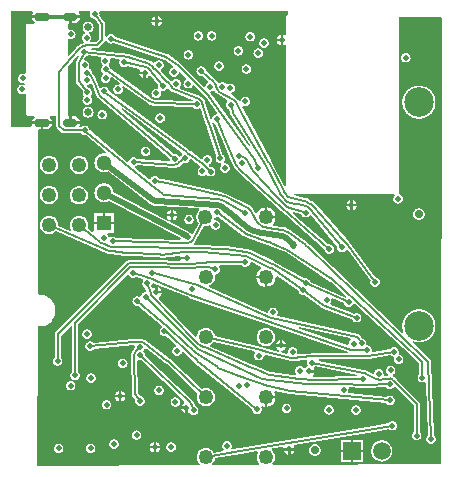
<source format=gbr>
%TF.GenerationSoftware,Altium Limited,Altium Designer,21.4.1 (30)*%
G04 Layer_Physical_Order=3*
G04 Layer_Color=16440176*
%FSLAX45Y45*%
%MOMM*%
%TF.SameCoordinates,F4A6E2B2-E63A-418B-8CEE-B9A354165880*%
%TF.FilePolarity,Positive*%
%TF.FileFunction,Copper,L3,Inr,Signal*%
%TF.Part,Single*%
G01*
G75*
%TA.AperFunction,Conductor*%
%ADD10C,0.20000*%
%ADD11C,0.20320*%
%ADD56C,0.30000*%
%ADD57C,0.50800*%
%TA.AperFunction,ComponentPad*%
%ADD66C,0.63000*%
%ADD67O,1.35200X0.75200*%
%ADD68O,1.24000X0.75200*%
%ADD69R,1.30000X1.30000*%
%ADD70C,1.30000*%
%ADD71C,0.70000*%
%ADD72C,1.25000*%
%ADD73C,1.50000*%
%ADD74R,1.50000X1.50000*%
%TA.AperFunction,WasherPad*%
%ADD75C,2.50000*%
%TA.AperFunction,ViaPad*%
%ADD76C,0.50000*%
%TA.AperFunction,Conductor*%
%ADD77C,0.38100*%
G36*
X2145000Y3828903D02*
X2140200D01*
X2134347Y3827739D01*
X2129386Y3824423D01*
X2126070Y3819461D01*
X2124906Y3813609D01*
Y3665997D01*
X2120966Y3662614D01*
X2112206Y3659155D01*
X2107304Y3661776D01*
X2100000Y3663991D01*
Y3620000D01*
Y3576009D01*
X2107304Y3578224D01*
X2112206Y3580845D01*
X2120966Y3577386D01*
X2124906Y3574004D01*
Y2384037D01*
X2112573Y2381005D01*
X2000425Y2595362D01*
X2000430Y2595376D01*
X2000330Y2595617D01*
X2000120Y2595960D01*
X1999390Y2597336D01*
X1994466Y2606448D01*
X1768874Y3023944D01*
X1751977Y3055214D01*
X1761334Y3064613D01*
X1764615Y3062860D01*
X1772155Y3060572D01*
X1779997Y3059800D01*
X1787838Y3060572D01*
X1795378Y3062860D01*
X1802327Y3066574D01*
X1808418Y3071572D01*
X1813416Y3077663D01*
X1817131Y3084612D01*
X1819418Y3092152D01*
X1820190Y3099994D01*
X1819418Y3107835D01*
X1817131Y3115375D01*
X1813416Y3122324D01*
X1808418Y3128415D01*
X1802327Y3133413D01*
X1795378Y3137128D01*
X1787838Y3139415D01*
X1779997Y3140187D01*
X1772155Y3139415D01*
X1764615Y3137128D01*
X1757666Y3133413D01*
X1751576Y3128415D01*
X1746577Y3122324D01*
X1742863Y3115375D01*
X1740576Y3107835D01*
X1740175Y3103771D01*
X1727236Y3101002D01*
X1724480Y3106102D01*
X1724480Y3106103D01*
X1724458Y3106142D01*
X1723657Y3107251D01*
X1719113Y3114667D01*
X1711413Y3123682D01*
X1702398Y3131381D01*
X1696293Y3135122D01*
X1694904Y3136160D01*
X1694768Y3136237D01*
X1694765Y3136238D01*
X1694764Y3136239D01*
X1655901Y3158005D01*
X1655923Y3170986D01*
X1656713Y3172106D01*
X1663541Y3172779D01*
X1671081Y3175066D01*
X1678030Y3178781D01*
X1684121Y3183779D01*
X1689120Y3189870D01*
X1692834Y3196819D01*
X1695121Y3204359D01*
X1695893Y3212200D01*
X1695121Y3220041D01*
X1692834Y3227582D01*
X1689120Y3234530D01*
X1684121Y3240621D01*
X1678030Y3245620D01*
X1671081Y3249334D01*
X1663541Y3251621D01*
X1655700Y3252394D01*
X1647859Y3251621D01*
X1640319Y3249334D01*
X1633370Y3245620D01*
X1620781Y3247283D01*
X1618749Y3249366D01*
X1615421Y3253421D01*
X1609330Y3258419D01*
X1602381Y3262134D01*
X1594841Y3264421D01*
X1587000Y3265193D01*
X1579159Y3264421D01*
X1571618Y3262134D01*
X1564669Y3258419D01*
X1564002Y3257871D01*
X1558318Y3257656D01*
X1549816Y3259799D01*
X1548293Y3260907D01*
X1544273Y3267467D01*
X1536573Y3276482D01*
X1534015Y3278667D01*
X1533074Y3279745D01*
X1448093Y3354587D01*
X1448237Y3356043D01*
X1447464Y3363885D01*
X1445177Y3371425D01*
X1441463Y3378374D01*
X1436464Y3384464D01*
X1430374Y3389463D01*
X1423425Y3393177D01*
X1415885Y3395464D01*
X1408043Y3396237D01*
X1400202Y3395464D01*
X1392662Y3393177D01*
X1385713Y3389463D01*
X1379622Y3384464D01*
X1374624Y3378374D01*
X1370909Y3371425D01*
X1368622Y3363885D01*
X1367850Y3356043D01*
X1368622Y3348202D01*
X1370909Y3340662D01*
X1374624Y3333713D01*
X1379622Y3327622D01*
X1385713Y3322624D01*
X1392662Y3318909D01*
X1400202Y3316622D01*
X1408043Y3315850D01*
X1414556Y3316491D01*
X1464528Y3272481D01*
X1465086Y3270364D01*
X1462477Y3257364D01*
X1460819Y3256478D01*
X1454728Y3251479D01*
X1449730Y3245388D01*
X1446015Y3238440D01*
X1443728Y3230899D01*
X1443548Y3229066D01*
X1430320Y3224333D01*
X1238777Y3415877D01*
X1233521Y3419910D01*
X1232031Y3420527D01*
X1124035Y3496884D01*
X1123648Y3497088D01*
X1123315Y3497375D01*
X1122654Y3497694D01*
X1122073Y3498141D01*
X1120080Y3498966D01*
X1118173Y3499970D01*
X1117745Y3500067D01*
X1117350Y3500258D01*
X682447Y3644036D01*
X682134Y3645070D01*
X678420Y3652019D01*
X673421Y3658110D01*
X667330Y3663108D01*
X660381Y3666823D01*
X652841Y3669110D01*
X645000Y3669882D01*
X637159Y3669110D01*
X629619Y3666823D01*
X622670Y3663108D01*
X616579Y3658110D01*
X611580Y3652019D01*
X609237Y3647636D01*
X596567Y3649749D01*
X596537Y3649761D01*
Y3756900D01*
X595673Y3763468D01*
X593137Y3769589D01*
X589104Y3774844D01*
X588908Y3774995D01*
X546204Y3830811D01*
X546621Y3832187D01*
X547393Y3840028D01*
X546621Y3847869D01*
X545417Y3851838D01*
X550198Y3861031D01*
X553855Y3864538D01*
X2145000Y3864538D01*
Y3828903D01*
D02*
G37*
G36*
X464202Y3861031D02*
X468983Y3851838D01*
X467779Y3847869D01*
X467006Y3840028D01*
X467779Y3832187D01*
X470066Y3824646D01*
X473780Y3817697D01*
X478779Y3811607D01*
X484869Y3806608D01*
X491818Y3802894D01*
X499359Y3800607D01*
X505901Y3799962D01*
X545783Y3747835D01*
Y3631161D01*
X513681Y3599060D01*
X472963D01*
X470176Y3602651D01*
X467359Y3611760D01*
X470173Y3615187D01*
X473887Y3622136D01*
X476174Y3629677D01*
X476946Y3637518D01*
X476174Y3645359D01*
X473887Y3652899D01*
X470173Y3659848D01*
X465174Y3665939D01*
X459659Y3670465D01*
X459415Y3676168D01*
X461679Y3683951D01*
X467881Y3685832D01*
X475959Y3690150D01*
X483040Y3695961D01*
X488850Y3703041D01*
X493168Y3711119D01*
X495827Y3719885D01*
X496725Y3729000D01*
X495827Y3738116D01*
X493168Y3746881D01*
X488850Y3754959D01*
X483040Y3762040D01*
X475959Y3767850D01*
X467881Y3772168D01*
X459116Y3774827D01*
X450000Y3775725D01*
X440885Y3774827D01*
X432119Y3772168D01*
X424041Y3767850D01*
X416961Y3762040D01*
X411150Y3754959D01*
X406832Y3746881D01*
X404173Y3738116D01*
X403275Y3729000D01*
X404173Y3719885D01*
X406832Y3711119D01*
X411150Y3703041D01*
X416961Y3695961D01*
X424041Y3690150D01*
X426200Y3688996D01*
X424385Y3675566D01*
X421372Y3674652D01*
X414423Y3670937D01*
X408332Y3665939D01*
X403333Y3659848D01*
X399619Y3652899D01*
X397332Y3645359D01*
X396560Y3637518D01*
X397332Y3629677D01*
X399619Y3622136D01*
X403333Y3615187D01*
X408332Y3609097D01*
X411473Y3606519D01*
X410500Y3595815D01*
X408769Y3592720D01*
X408081Y3592537D01*
X407962Y3592489D01*
X407836Y3592471D01*
X397138Y3589524D01*
X396148Y3589106D01*
X393853Y3588555D01*
X382900Y3584018D01*
X372791Y3577824D01*
X363922Y3570249D01*
X363777Y3570124D01*
X363652Y3569978D01*
X360901Y3566757D01*
X359646Y3565622D01*
X347705Y3551574D01*
X347704Y3551573D01*
X292128Y3486191D01*
X280208Y3490573D01*
Y3621055D01*
X282171Y3623633D01*
X292908Y3629802D01*
X295539Y3629004D01*
X303380Y3628232D01*
X311221Y3629004D01*
X318762Y3631291D01*
X325711Y3635005D01*
X331801Y3640004D01*
X336800Y3646095D01*
X340514Y3653043D01*
X342801Y3660584D01*
X343574Y3668425D01*
X342801Y3676266D01*
X340514Y3683806D01*
X336800Y3690755D01*
X331801Y3696846D01*
X325711Y3701845D01*
X318762Y3705559D01*
X311221Y3707846D01*
X303380Y3708618D01*
X295539Y3707846D01*
X292908Y3707048D01*
X282171Y3713217D01*
X280208Y3715795D01*
Y3742994D01*
X279327Y3747422D01*
X280050Y3750312D01*
X286784Y3760122D01*
X290000D01*
Y3818000D01*
X300000D01*
Y3828000D01*
X381294D01*
X381167Y3829292D01*
X377873Y3840149D01*
X372524Y3850156D01*
X371144Y3851838D01*
X377150Y3864538D01*
X460545D01*
X464202Y3861031D01*
D02*
G37*
G36*
X711085Y3459534D02*
X717438Y3446076D01*
X717049Y3445349D01*
X714762Y3437808D01*
X713989Y3429967D01*
X714762Y3422126D01*
X717049Y3414586D01*
X720763Y3407637D01*
X725762Y3401546D01*
X731852Y3396548D01*
X738801Y3392833D01*
X746342Y3390546D01*
X754183Y3389774D01*
X762024Y3390546D01*
X769564Y3392833D01*
X776513Y3396548D01*
X779266Y3398807D01*
X882641Y3377226D01*
X884843Y3374655D01*
X888661Y3362995D01*
X886853Y3359612D01*
X884637Y3352308D01*
X928628D01*
Y3342308D01*
X938628D01*
Y3298317D01*
X945932Y3300533D01*
X953750Y3304711D01*
X960602Y3310335D01*
X965205Y3315943D01*
X968377Y3317170D01*
X980566Y3317074D01*
X1044428Y3237279D01*
X1044252Y3236697D01*
X1043479Y3228856D01*
X1044252Y3221015D01*
X1045462Y3217025D01*
X1039382Y3208973D01*
X1035762Y3206695D01*
X1034356Y3207122D01*
X1026515Y3207894D01*
X1018673Y3207122D01*
X1011133Y3204835D01*
X1004184Y3201120D01*
X998094Y3196122D01*
X993095Y3190031D01*
X989381Y3183082D01*
X987094Y3175542D01*
X986321Y3167701D01*
X987094Y3159860D01*
X989381Y3152319D01*
X993095Y3145370D01*
X998094Y3139280D01*
X1004184Y3134281D01*
X1011133Y3130567D01*
X1018673Y3128280D01*
X1026515Y3127507D01*
X1034356Y3128280D01*
X1041896Y3130567D01*
X1048845Y3134281D01*
X1054936Y3139280D01*
X1059934Y3145370D01*
X1063649Y3152319D01*
X1065936Y3159860D01*
X1066708Y3167701D01*
X1065936Y3175542D01*
X1064725Y3179532D01*
X1070805Y3187584D01*
X1074426Y3189861D01*
X1075832Y3189435D01*
X1083673Y3188662D01*
X1091514Y3189435D01*
X1099054Y3191722D01*
X1106003Y3195436D01*
X1112094Y3200435D01*
X1116784Y3206150D01*
X1117143Y3206528D01*
X1131949Y3207378D01*
X1136512Y3201547D01*
X1137715Y3200368D01*
X1142576Y3194676D01*
X1151591Y3186976D01*
X1161700Y3180781D01*
X1167013Y3178581D01*
X1168620Y3177699D01*
X1333942Y3113402D01*
X1334486Y3112348D01*
X1329929Y3100458D01*
X1015469Y3113711D01*
X1015408Y3113706D01*
X1006234Y3114609D01*
X994920Y3118041D01*
X984493Y3123615D01*
X983175Y3124697D01*
X982828Y3125024D01*
X639951Y3372464D01*
X639421Y3377841D01*
X637134Y3385382D01*
X633420Y3392331D01*
X628421Y3398421D01*
X626091Y3400333D01*
X626053Y3400390D01*
X624831Y3413285D01*
X625372Y3415416D01*
X625751Y3415992D01*
X630411Y3421670D01*
X634126Y3428619D01*
X636413Y3436159D01*
X637185Y3444000D01*
X636413Y3451841D01*
X635485Y3454900D01*
X641827Y3464745D01*
X644620Y3466690D01*
X711085Y3459534D01*
D02*
G37*
G36*
X608384Y3613337D02*
X611580Y3607358D01*
X616579Y3601268D01*
X622670Y3596269D01*
X629619Y3592555D01*
X637159Y3590268D01*
X645000Y3589495D01*
X652841Y3590268D01*
X660381Y3592555D01*
X666532Y3595842D01*
X1097824Y3453257D01*
X1171315Y3401296D01*
X1170607Y3393412D01*
X1168316Y3387862D01*
X1162618Y3386134D01*
X1155670Y3382419D01*
X1149579Y3377421D01*
X1144580Y3371330D01*
X1140866Y3364381D01*
X1138579Y3356841D01*
X1137806Y3349000D01*
X1138579Y3341159D01*
X1140866Y3333618D01*
X1144580Y3326669D01*
X1149579Y3320579D01*
X1155670Y3315580D01*
X1162618Y3311866D01*
X1170159Y3309579D01*
X1178000Y3308806D01*
X1185841Y3309579D01*
X1193381Y3311866D01*
X1200330Y3315580D01*
X1206421Y3320579D01*
X1211419Y3326669D01*
X1215134Y3333618D01*
X1217421Y3341159D01*
X1217989Y3346926D01*
X1223364Y3350346D01*
X1230636Y3352240D01*
X1282465Y3300411D01*
X1282457Y3294882D01*
X1279406Y3285509D01*
X1275497Y3283420D01*
X1269407Y3278421D01*
X1264408Y3272331D01*
X1260694Y3265382D01*
X1258407Y3257841D01*
X1257634Y3250000D01*
X1258407Y3242159D01*
X1260694Y3234619D01*
X1264408Y3227670D01*
X1269407Y3221579D01*
X1275497Y3216581D01*
X1282446Y3212866D01*
X1289986Y3210579D01*
X1297828Y3209807D01*
X1305669Y3210579D01*
X1313209Y3212866D01*
X1320158Y3216581D01*
X1326249Y3221579D01*
X1331247Y3227670D01*
X1333337Y3231578D01*
X1342710Y3234629D01*
X1348239Y3234637D01*
X1448863Y3134013D01*
X1543592Y3001695D01*
X1540909Y2994504D01*
X1536931Y2989182D01*
X1531159Y2988613D01*
X1523618Y2986326D01*
X1516670Y2982612D01*
X1510579Y2977613D01*
X1505580Y2971523D01*
X1501866Y2964574D01*
X1499579Y2957033D01*
X1499172Y2952904D01*
X1486270Y2951480D01*
X1483149Y2960960D01*
X1440376Y3096109D01*
X1440373Y3096114D01*
X1440372Y3096120D01*
X1440333Y3096244D01*
X1440277Y3096363D01*
X1440175Y3096788D01*
X1435638Y3107741D01*
X1429444Y3117850D01*
X1425731Y3122197D01*
X1425224Y3122857D01*
Y3122858D01*
X1424137Y3124275D01*
X1424114Y3124292D01*
X1424055Y3124369D01*
X1423627Y3124697D01*
X1421744Y3126865D01*
X1412729Y3134564D01*
X1402620Y3140759D01*
X1397162Y3143020D01*
X1395581Y3143887D01*
X1230378Y3208138D01*
X1228477Y3211821D01*
X1227160Y3223016D01*
X1229419Y3225769D01*
X1233134Y3232718D01*
X1235421Y3240258D01*
X1236193Y3248099D01*
X1235421Y3255941D01*
X1233134Y3263481D01*
X1229419Y3270430D01*
X1224421Y3276520D01*
X1218330Y3281519D01*
X1211381Y3285233D01*
X1203841Y3287520D01*
X1196000Y3288293D01*
X1188159Y3287520D01*
X1180618Y3285233D01*
X1173669Y3281519D01*
X1167579Y3276520D01*
X1162889Y3270805D01*
X1162531Y3270427D01*
X1147724Y3269577D01*
X1143160Y3275408D01*
X1141960Y3276585D01*
X1138543Y3280586D01*
X1137937Y3281404D01*
X1064065Y3357687D01*
X1064477Y3364436D01*
X1067368Y3372533D01*
X1071840Y3374924D01*
X1077931Y3379922D01*
X1082929Y3386013D01*
X1086643Y3392962D01*
X1088931Y3400502D01*
X1089703Y3408343D01*
X1088931Y3416184D01*
X1086643Y3423725D01*
X1082929Y3430674D01*
X1077931Y3436764D01*
X1071840Y3441763D01*
X1064891Y3445477D01*
X1057351Y3447764D01*
X1049509Y3448537D01*
X1041668Y3447764D01*
X1034128Y3445477D01*
X1027179Y3441763D01*
X1021088Y3436764D01*
X1016090Y3430674D01*
X1015627Y3429807D01*
X1001797Y3426393D01*
X1000047Y3426835D01*
X996126Y3430273D01*
X984067Y3438331D01*
X971059Y3444746D01*
X960834Y3448217D01*
X959661Y3448733D01*
X817350Y3490231D01*
X793821Y3497092D01*
X793820Y3497092D01*
X775329Y3502484D01*
X773781Y3502722D01*
X769750Y3503690D01*
X769179Y3503927D01*
X768262Y3504047D01*
X766002Y3504590D01*
X763407Y3504794D01*
X762269Y3505070D01*
X714652Y3510197D01*
X478672Y3535605D01*
X479353Y3548305D01*
X524193D01*
X530761Y3549170D01*
X536882Y3551705D01*
X542137Y3555738D01*
X589104Y3602705D01*
X593137Y3607961D01*
X595090Y3612674D01*
X600976Y3614179D01*
X604059Y3614237D01*
X608384Y3613337D01*
D02*
G37*
G36*
X1520334Y3188259D02*
X1521856Y3187151D01*
X1525876Y3180591D01*
X1533576Y3171576D01*
X1539223Y3166753D01*
X1539262Y3166702D01*
X1539464Y3166548D01*
X1542150Y3164254D01*
X1542591Y3163876D01*
X1544348Y3162800D01*
X1544518Y3162669D01*
X1544650Y3162614D01*
X1548696Y3160135D01*
X1550088Y3159096D01*
X1630135Y3114263D01*
X1630543Y3099478D01*
X1629568Y3098679D01*
X1624570Y3092588D01*
X1620855Y3085639D01*
X1618568Y3078099D01*
X1617796Y3070258D01*
X1618568Y3062417D01*
X1620855Y3054876D01*
X1624570Y3047927D01*
X1629568Y3041837D01*
X1635659Y3036838D01*
X1641468Y3033733D01*
X1649324Y3004285D01*
X1650076Y3002463D01*
X1651256Y2998575D01*
X1653791Y2993831D01*
X1654602Y2992044D01*
X1654627Y2992004D01*
X1818965Y2726057D01*
X1808388Y2719014D01*
X1591143Y3022464D01*
X1504189Y3143922D01*
X1488916Y3165255D01*
X1487494Y3166775D01*
X1486226Y3168427D01*
X1484425Y3170229D01*
X1489157Y3183456D01*
X1490991Y3183637D01*
X1498531Y3185924D01*
X1505480Y3189639D01*
X1506148Y3190187D01*
X1511831Y3190402D01*
X1520334Y3188259D01*
D02*
G37*
G36*
X817784Y2981767D02*
X1246833Y2664629D01*
X1247153Y2652951D01*
X1246011Y2649443D01*
X1241132Y2645438D01*
X1236133Y2639348D01*
X1233243Y2633940D01*
X1231888Y2633424D01*
X1227982Y2632809D01*
X1219509Y2633593D01*
X1217963Y2636486D01*
X1212964Y2642577D01*
X1206874Y2647576D01*
X1199925Y2651290D01*
X1192384Y2653577D01*
X1184543Y2654350D01*
X1177119Y2653618D01*
X729073Y3031546D01*
X736950Y3041516D01*
X817784Y2981767D01*
D02*
G37*
G36*
X374006Y3484540D02*
X351649Y3437065D01*
X351166Y3435551D01*
X348133Y3428230D01*
X345508Y3417298D01*
X345365Y3416702D01*
X344447Y3405032D01*
X344451Y3404982D01*
Y3274100D01*
X344654Y3272556D01*
X344641Y3270998D01*
X345085Y3269286D01*
X345316Y3267532D01*
X345912Y3266092D01*
X346302Y3264585D01*
X347173Y3263046D01*
X347851Y3261411D01*
X348799Y3260176D01*
X349566Y3258821D01*
X404976Y3185343D01*
X404482Y3183713D01*
X403709Y3175871D01*
X404482Y3168030D01*
X406769Y3160490D01*
X410483Y3153541D01*
X415482Y3147451D01*
Y3140595D01*
X413918Y3139312D01*
X408919Y3133221D01*
X405205Y3126272D01*
X402918Y3118732D01*
X402145Y3110891D01*
X402918Y3103049D01*
X405205Y3095509D01*
X408919Y3088560D01*
X413918Y3082470D01*
X420008Y3077471D01*
X426957Y3073757D01*
X434497Y3071470D01*
X442339Y3070697D01*
X450180Y3071470D01*
X457720Y3073757D01*
X464669Y3077471D01*
X470760Y3082470D01*
X475758Y3088560D01*
X479473Y3095509D01*
X481760Y3103049D01*
X482532Y3110891D01*
X481760Y3118732D01*
X479473Y3126272D01*
X475758Y3133221D01*
X470760Y3139311D01*
Y3146167D01*
X472324Y3147450D01*
X477322Y3153541D01*
X481037Y3160490D01*
X483324Y3168030D01*
X484096Y3175871D01*
X483324Y3183713D01*
X481037Y3191253D01*
X477322Y3198202D01*
X472324Y3204293D01*
X466233Y3209291D01*
X459284Y3213006D01*
X451744Y3215293D01*
X445495Y3215908D01*
X437758Y3226168D01*
X438032Y3228962D01*
X443778Y3239277D01*
X446841Y3239579D01*
X454381Y3241866D01*
X461330Y3245581D01*
X464624Y3248283D01*
X474748Y3247414D01*
X479550Y3245339D01*
X516089Y3156044D01*
X516941Y3154555D01*
X518682Y3150350D01*
X524877Y3140242D01*
X532452Y3131372D01*
X532576Y3131227D01*
X532722Y3131102D01*
X536127Y3128193D01*
X537297Y3126911D01*
X1144414Y2614806D01*
X1144350Y2614156D01*
X1145122Y2606315D01*
X1145623Y2604662D01*
X1138116Y2593559D01*
X1136331Y2592558D01*
X867274Y2610645D01*
X863021Y2615828D01*
X856930Y2620827D01*
X849981Y2624541D01*
X842441Y2626828D01*
X834600Y2627601D01*
X826758Y2626828D01*
X819218Y2624541D01*
X812269Y2620827D01*
X806178Y2615828D01*
X801180Y2609737D01*
X797466Y2602789D01*
X795178Y2595248D01*
X795155Y2595006D01*
X781855Y2589545D01*
X464611Y2853212D01*
X464648Y2853589D01*
X463876Y2861430D01*
X461589Y2868971D01*
X457874Y2875920D01*
X452876Y2882010D01*
X446785Y2887009D01*
X439836Y2890723D01*
X432296Y2893010D01*
X424455Y2893783D01*
X416613Y2893010D01*
X409073Y2890723D01*
X402124Y2887009D01*
X396033Y2882010D01*
X394133Y2879694D01*
X381364Y2879261D01*
X379092Y2881467D01*
X374567Y2891666D01*
X377873Y2897851D01*
X381167Y2908708D01*
X381294Y2910000D01*
X300000D01*
Y2920000D01*
X290000D01*
Y2977878D01*
X286792D01*
X280079Y2987637D01*
X279330Y2990579D01*
X280208Y2994994D01*
Y3393801D01*
X363235Y3491479D01*
X374006Y3484540D01*
D02*
G37*
G36*
X1762219Y1963364D02*
X1763742Y1962529D01*
X1770843Y1957491D01*
X1785207Y1949552D01*
X1800370Y1943271D01*
X1801223Y1943025D01*
X1801459Y1942908D01*
X1968862Y1885802D01*
X1976657Y1883143D01*
X1976727Y1883129D01*
X1976734Y1883117D01*
Y1883116D01*
X1988426Y1878624D01*
X1990497Y1877827D01*
X1990672Y1877785D01*
X1990825Y1877694D01*
X2124306Y1820768D01*
X2499635Y1573411D01*
X2503298Y1571633D01*
X2637611Y1448536D01*
X2637611Y1448535D01*
X2630529Y1437800D01*
X2331589Y1572915D01*
X2330072Y1577917D01*
X2326357Y1584866D01*
X2321359Y1590956D01*
X2315268Y1595955D01*
X2308319Y1599669D01*
X2300779Y1601956D01*
X2292938Y1602729D01*
X2285097Y1601956D01*
X2278444Y1599939D01*
X2028219Y1741930D01*
X2026607Y1742584D01*
X2020444Y1745990D01*
X2020144Y1746189D01*
X1829625Y1839545D01*
X1828080Y1840065D01*
X1823277Y1842434D01*
X1809543Y1847096D01*
X1795318Y1849926D01*
X1794456Y1849982D01*
X1794211Y1850045D01*
X1736176Y1857094D01*
X1734771Y1857862D01*
X1728334Y1859429D01*
X1622309Y1870920D01*
X1561037Y1877561D01*
X1560212Y1877542D01*
X1559398Y1877685D01*
X1426781Y1883414D01*
X1425779Y1883326D01*
X1424110Y1883457D01*
X1423896Y1883487D01*
X1350461Y1884042D01*
X1345817Y1896778D01*
X1347708Y1898392D01*
X1355448Y1907455D01*
X1359162Y1913516D01*
X1359311Y1913428D01*
X1359483Y1913651D01*
X1359586Y1913900D01*
X1360834Y1916048D01*
X1365351Y1924423D01*
X1365366Y1924451D01*
X1365383Y1924482D01*
X1365384Y1924484D01*
X1429965Y2044208D01*
X1430339Y2044118D01*
X1442500Y2043161D01*
X1454661Y2044118D01*
X1466523Y2046966D01*
X1476214Y2050980D01*
X1482547Y2048901D01*
X1489340Y2044996D01*
X1489808Y2044102D01*
X1491866Y2037319D01*
X1495580Y2030370D01*
X1500579Y2024279D01*
X1506670Y2019280D01*
X1513619Y2015566D01*
X1521159Y2013279D01*
X1529000Y2012507D01*
X1536841Y2013279D01*
X1544381Y2015566D01*
X1551330Y2019280D01*
X1557421Y2024279D01*
X1562420Y2030370D01*
X1566134Y2037319D01*
X1568421Y2044859D01*
X1569193Y2052700D01*
X1568421Y2060541D01*
X1566134Y2068081D01*
X1562420Y2075030D01*
X1557421Y2081121D01*
X1551330Y2086120D01*
X1544381Y2089834D01*
X1536841Y2092121D01*
X1529000Y2092893D01*
X1528168Y2092811D01*
X1527854Y2092920D01*
X1518372Y2103477D01*
X1518193Y2104203D01*
X1519282Y2108740D01*
X1519375Y2109913D01*
X1525140Y2115637D01*
X1532889Y2119756D01*
X1537454Y2119307D01*
X1545295Y2120079D01*
X1547435Y2120728D01*
X1762219Y1963364D01*
D02*
G37*
G36*
X2669002Y1094437D02*
X2669985Y1092785D01*
X2671849Y1080817D01*
X2668533Y1078096D01*
X2662910Y1071244D01*
X2658731Y1063427D01*
X2656158Y1054944D01*
X2655289Y1046123D01*
X2655444Y1044548D01*
X2644071Y1035023D01*
X2229134Y1177357D01*
X2232553Y1189588D01*
X2669002Y1094437D01*
D02*
G37*
G36*
X1059524Y1538951D02*
X1302755Y1439210D01*
X1304320Y1438797D01*
X1306369Y1437949D01*
X1307133Y1437572D01*
X1979467Y1209330D01*
X1980034Y1209217D01*
X1980486Y1208992D01*
X2653327Y978190D01*
X2651207Y965491D01*
X2341574Y965607D01*
X2341574Y965609D01*
X2341572D01*
X2341557Y965611D01*
X2341541Y965609D01*
X2341458Y965608D01*
X2341428Y965604D01*
X2336423Y965410D01*
X2336390Y965407D01*
X2336378Y965406D01*
X2329192Y964882D01*
X2329175Y964881D01*
X2328951Y964865D01*
X2230227Y957673D01*
X2228629Y958521D01*
X2220875Y969725D01*
X2221310Y971159D01*
X2222082Y979000D01*
X2221310Y986841D01*
X2219022Y994382D01*
X2215308Y1001330D01*
X2210310Y1007421D01*
X2204219Y1012420D01*
X2197270Y1016134D01*
X2189730Y1018421D01*
X2181888Y1019194D01*
X2174047Y1018421D01*
X2166507Y1016134D01*
X2159558Y1012420D01*
X2153467Y1007421D01*
X2148469Y1001330D01*
X2144754Y994382D01*
X2142467Y986841D01*
X2141695Y979000D01*
X2142046Y975437D01*
X2134757Y966875D01*
X2131110Y964849D01*
X2078267Y976537D01*
X2080268Y989101D01*
X2083181Y988814D01*
X2092002Y989683D01*
X2100485Y992256D01*
X2108302Y996434D01*
X2115155Y1002058D01*
X2120778Y1008910D01*
X2124956Y1016727D01*
X2127172Y1024031D01*
X2039189D01*
X2041405Y1016727D01*
X2045584Y1008910D01*
X2051207Y1002058D01*
X2058059Y996434D01*
X2065876Y992256D01*
X2062317Y980064D01*
X1972315Y999971D01*
X1935812Y1015375D01*
X1928291Y1018550D01*
X1932268Y1030655D01*
X1942839Y1028118D01*
X1955000Y1027161D01*
X1967161Y1028118D01*
X1979023Y1030965D01*
X1990293Y1035634D01*
X2000694Y1042007D01*
X2009970Y1049930D01*
X2017893Y1059206D01*
X2024266Y1069607D01*
X2028934Y1080877D01*
X2031782Y1092739D01*
X2032739Y1104900D01*
X2031782Y1117061D01*
X2028934Y1128923D01*
X2024266Y1140193D01*
X2017893Y1150594D01*
X2009970Y1159870D01*
X2000694Y1167793D01*
X1990293Y1174166D01*
X1979023Y1178835D01*
X1967161Y1181682D01*
X1955000Y1182639D01*
X1942839Y1181682D01*
X1930977Y1178835D01*
X1919707Y1174166D01*
X1909306Y1167793D01*
X1900030Y1159870D01*
X1892107Y1150594D01*
X1885734Y1140193D01*
X1881065Y1128923D01*
X1878217Y1117061D01*
X1877260Y1104900D01*
X1878217Y1092739D01*
X1881065Y1080877D01*
X1885734Y1069607D01*
X1892107Y1059206D01*
X1900030Y1049930D01*
X1909306Y1042007D01*
X1919707Y1035634D01*
X1921872Y1020990D01*
X1921808Y1020881D01*
X1916251Y1022169D01*
X1524096Y1113078D01*
X1523782Y1117061D01*
X1520934Y1128923D01*
X1516266Y1140193D01*
X1509893Y1150594D01*
X1501970Y1159870D01*
X1492694Y1167793D01*
X1482293Y1174166D01*
X1471023Y1178835D01*
X1459161Y1181682D01*
X1447000Y1182639D01*
X1434839Y1181682D01*
X1422977Y1178835D01*
X1411707Y1174166D01*
X1401306Y1167793D01*
X1392030Y1159870D01*
X1384107Y1150594D01*
X1377734Y1140193D01*
X1373065Y1128923D01*
X1370217Y1117061D01*
X1369930Y1113412D01*
X1356821Y1108712D01*
X1047437Y1429696D01*
X1047128Y1433573D01*
X1050484Y1444835D01*
X1054223Y1446833D01*
X1061075Y1452457D01*
X1066698Y1459309D01*
X1070877Y1467126D01*
X1073092Y1474430D01*
X1029101D01*
Y1484430D01*
X1019101D01*
Y1528422D01*
X1011797Y1526206D01*
X1003979Y1522027D01*
X1002583Y1520881D01*
X987954Y1524133D01*
X983440Y1536862D01*
X986298Y1542207D01*
X988585Y1549748D01*
X989017Y1554136D01*
X996534Y1560579D01*
X1001616Y1562696D01*
X1059524Y1538951D01*
D02*
G37*
G36*
X1858415Y983476D02*
X1858898Y982959D01*
X1862781Y969427D01*
X1861880Y968330D01*
X1858166Y961381D01*
X1855879Y953841D01*
X1855107Y946000D01*
X1855879Y938159D01*
X1858166Y930618D01*
X1861880Y923669D01*
X1866879Y917579D01*
X1872970Y912580D01*
X1879919Y908866D01*
X1887459Y906579D01*
X1895300Y905806D01*
X1903141Y906579D01*
X1910681Y908866D01*
X1917630Y912580D01*
X1923721Y917579D01*
X1928720Y923669D01*
X1932434Y930618D01*
X1934721Y938159D01*
X1935493Y946000D01*
X1935428Y946664D01*
X1947134Y955509D01*
X1954711Y952311D01*
X1956932Y951700D01*
X1959097Y950914D01*
X2165399Y905284D01*
X2165432Y905281D01*
X2165464Y905269D01*
X2165613Y905237D01*
X2166043Y905201D01*
X2167365Y905027D01*
X2170070Y904377D01*
X2181889Y903447D01*
X2185793Y903755D01*
X2187377Y903662D01*
X2296678Y911625D01*
X2300250Y908575D01*
X2305458Y899531D01*
X2304279Y895641D01*
X2303506Y887800D01*
X2304279Y879959D01*
X2306566Y872419D01*
X2307995Y869745D01*
X2306578Y861134D01*
X2305541Y858226D01*
X2302993Y854331D01*
X2297878Y851597D01*
X2291026Y845974D01*
X2289229Y843784D01*
X2282214Y842814D01*
X2275930Y843417D01*
X2273812Y844377D01*
X2270821Y848021D01*
X2264730Y853020D01*
X2257781Y856734D01*
X2250241Y859021D01*
X2242400Y859794D01*
X2234559Y859021D01*
X2227018Y856734D01*
X2220069Y853020D01*
X2213979Y848021D01*
X2208980Y841930D01*
X2205266Y834982D01*
X2202979Y827441D01*
X2202206Y819600D01*
X2202979Y811759D01*
X2205266Y804219D01*
X2208980Y797270D01*
X2212490Y792993D01*
X2210541Y786525D01*
X2206423Y780950D01*
X2186370Y783450D01*
X1995908Y809345D01*
X1993887Y809884D01*
X1884484Y854421D01*
X1882408Y854964D01*
X1880391Y855697D01*
X1845066Y863503D01*
X1844202Y863861D01*
X1844202Y863861D01*
X1844138Y863829D01*
X1486771Y1023742D01*
X1485670Y1026666D01*
X1486090Y1037961D01*
X1492694Y1042007D01*
X1501970Y1049930D01*
X1509893Y1059206D01*
X1512610Y1063640D01*
X1858415Y983476D01*
D02*
G37*
G36*
X2725769Y785119D02*
X2724602Y772399D01*
X2356351Y766727D01*
X2351721Y779357D01*
X2354974Y782026D01*
X2360597Y788878D01*
X2364776Y796696D01*
X2366991Y804000D01*
X2323000D01*
Y824000D01*
X2366991D01*
X2364776Y831304D01*
X2361180Y838031D01*
X2360855Y839988D01*
X2364969Y853813D01*
X2366030Y854381D01*
X2369012Y856828D01*
X2725769Y785119D01*
D02*
G37*
G36*
X-16743Y3851838D02*
X-18124Y3850156D01*
X-23473Y3840149D01*
X-26766Y3829292D01*
X-26894Y3828000D01*
X60000D01*
Y3808000D01*
X-26894D01*
X-26766Y3806709D01*
X-23473Y3795851D01*
X-18124Y3785845D01*
X-10926Y3777074D01*
X-3510Y3770988D01*
X-3838Y3766171D01*
X-7417Y3758288D01*
X-61086D01*
X-66939Y3757124D01*
X-71900Y3753808D01*
X-75216Y3748847D01*
X-76380Y3742994D01*
Y3338251D01*
X-89080Y3330846D01*
X-89619Y3331134D01*
X-97159Y3333421D01*
X-105000Y3334193D01*
X-112841Y3333421D01*
X-120382Y3331134D01*
X-127330Y3327420D01*
X-133421Y3322421D01*
X-138420Y3316330D01*
X-142134Y3309381D01*
X-144421Y3301841D01*
X-145194Y3294000D01*
X-144421Y3286159D01*
X-142134Y3278619D01*
X-138420Y3271670D01*
X-133421Y3265579D01*
X-127330Y3260580D01*
X-120382Y3256866D01*
X-112841Y3254579D01*
X-105000Y3253807D01*
X-97159Y3254579D01*
X-92633Y3255952D01*
X-82189Y3249133D01*
X-81269Y3248176D01*
X-81219Y3244090D01*
X-93473Y3237522D01*
X-94619Y3238134D01*
X-102159Y3240421D01*
X-110000Y3241193D01*
X-117841Y3240421D01*
X-125382Y3238134D01*
X-132330Y3234419D01*
X-138421Y3229421D01*
X-143420Y3223330D01*
X-147134Y3216381D01*
X-149421Y3208841D01*
X-150194Y3201000D01*
X-149421Y3193159D01*
X-147134Y3185618D01*
X-143420Y3178670D01*
X-138421Y3172579D01*
X-132330Y3167580D01*
X-125382Y3163866D01*
X-117841Y3161579D01*
X-110000Y3160806D01*
X-102159Y3161579D01*
X-94619Y3163866D01*
X-89080Y3166827D01*
X-83941Y3165214D01*
X-76380Y3160416D01*
Y2994994D01*
X-75216Y2989141D01*
X-71900Y2984180D01*
X-66939Y2980864D01*
X-61086Y2979700D01*
X-7440D01*
X-3866Y2971872D01*
X-3525Y2967000D01*
X-10926Y2960926D01*
X-18124Y2952156D01*
X-23473Y2942149D01*
X-26766Y2931292D01*
X-26894Y2930000D01*
X146894D01*
X146767Y2931292D01*
X143473Y2942149D01*
X138124Y2952156D01*
X130926Y2960926D01*
X123525Y2967000D01*
X123866Y2971872D01*
X127440Y2979700D01*
X179463D01*
Y2894046D01*
X180327Y2887477D01*
X182862Y2881357D01*
X186895Y2876101D01*
X227352Y2835645D01*
X232608Y2831612D01*
X238728Y2829077D01*
X245296Y2828212D01*
X393535D01*
X396033Y2825168D01*
X402124Y2820170D01*
X409073Y2816455D01*
X416613Y2814168D01*
X424455Y2813396D01*
X432195Y2814158D01*
X605333Y2670260D01*
X599492Y2658602D01*
X596753Y2659259D01*
X584200Y2660247D01*
X571647Y2659259D01*
X559402Y2656320D01*
X547769Y2651501D01*
X537032Y2644921D01*
X527457Y2636743D01*
X519279Y2627168D01*
X512699Y2616431D01*
X507880Y2604798D01*
X504941Y2592553D01*
X503953Y2580000D01*
X504941Y2567446D01*
X507880Y2555202D01*
X512699Y2543568D01*
X519279Y2532832D01*
X527457Y2523257D01*
X537032Y2515079D01*
X547769Y2508499D01*
X559402Y2503680D01*
X571647Y2500741D01*
X584200Y2499753D01*
X596753Y2500741D01*
X608998Y2503680D01*
X614731Y2506055D01*
X977847Y2231723D01*
X978025Y2231615D01*
X979166Y2230640D01*
X985050Y2227034D01*
X985711Y2226491D01*
X987465Y2225554D01*
X991374Y2223159D01*
X1004601Y2217680D01*
X1018523Y2214338D01*
X1025277Y2213806D01*
X1027545Y2213451D01*
X1387892Y2192882D01*
X1392261Y2179912D01*
X1387530Y2175871D01*
X1379607Y2166595D01*
X1373234Y2156194D01*
X1368565Y2144924D01*
X1365718Y2133062D01*
X1364761Y2120901D01*
X1365718Y2108740D01*
X1368565Y2096878D01*
X1373234Y2085608D01*
X1379607Y2075207D01*
X1385375Y2068453D01*
X1338130Y1980868D01*
X1323286Y1980098D01*
X1322706Y1980805D01*
X1321055Y1982455D01*
X1319697Y1983570D01*
X1314797Y1988387D01*
X1308143Y1992752D01*
X1139437Y2081090D01*
X1144269Y2092896D01*
X1149500Y2091309D01*
Y2125300D01*
X1115509D01*
X1117724Y2117996D01*
X1121903Y2110178D01*
X1127526Y2103326D01*
X1133128Y2098729D01*
X1126080Y2088084D01*
X664135Y2329968D01*
X663459Y2338553D01*
X660520Y2350798D01*
X655701Y2362431D01*
X649121Y2373168D01*
X640943Y2382743D01*
X631368Y2390921D01*
X620631Y2397501D01*
X608998Y2402320D01*
X596753Y2405259D01*
X584200Y2406247D01*
X571647Y2405259D01*
X559402Y2402320D01*
X547769Y2397501D01*
X537032Y2390921D01*
X527457Y2382743D01*
X519279Y2373168D01*
X512699Y2362431D01*
X507880Y2350798D01*
X504941Y2338553D01*
X503953Y2326000D01*
X504941Y2313446D01*
X507880Y2301202D01*
X512699Y2289568D01*
X519279Y2278832D01*
X527457Y2269257D01*
X537032Y2261079D01*
X547769Y2254499D01*
X559402Y2249680D01*
X571647Y2246741D01*
X584200Y2245753D01*
X596753Y2246741D01*
X608998Y2249680D01*
X620631Y2254499D01*
X626439Y2258058D01*
X1232943Y1940480D01*
X1229788Y1928178D01*
X690373Y1938813D01*
X687371Y1942471D01*
X681280Y1947470D01*
X674331Y1951184D01*
X666791Y1953471D01*
X658950Y1954243D01*
X651109Y1953471D01*
X643568Y1951184D01*
X636620Y1947470D01*
X626986Y1950895D01*
X623416Y1953063D01*
X621434Y1959596D01*
X617720Y1966545D01*
X612721Y1972636D01*
X610693Y1974300D01*
X615238Y1987000D01*
X669200D01*
Y2062000D01*
X499200D01*
Y1999336D01*
X486500Y1993384D01*
X445847Y2027227D01*
X447235Y2030577D01*
X450082Y2042439D01*
X451039Y2054600D01*
X450082Y2066761D01*
X447235Y2078623D01*
X442566Y2089893D01*
X436193Y2100294D01*
X428270Y2109570D01*
X418994Y2117493D01*
X408593Y2123866D01*
X397323Y2128534D01*
X385461Y2131382D01*
X373300Y2132339D01*
X361139Y2131382D01*
X349277Y2128534D01*
X338007Y2123866D01*
X327606Y2117493D01*
X318330Y2109570D01*
X310407Y2100294D01*
X304034Y2089893D01*
X299365Y2078623D01*
X296518Y2066761D01*
X295560Y2054600D01*
X296518Y2042439D01*
X299365Y2030577D01*
X304034Y2019307D01*
X307438Y2013751D01*
X298692Y2003717D01*
X196556Y2048461D01*
X197039Y2054600D01*
X196082Y2066761D01*
X193235Y2078623D01*
X188566Y2089893D01*
X182193Y2100294D01*
X174270Y2109570D01*
X164994Y2117493D01*
X154593Y2123866D01*
X143323Y2128534D01*
X131461Y2131382D01*
X119300Y2132339D01*
X107139Y2131382D01*
X95277Y2128534D01*
X84007Y2123866D01*
X73606Y2117493D01*
X64330Y2109570D01*
X56407Y2100294D01*
X50034Y2089893D01*
X45365Y2078623D01*
X42518Y2066761D01*
X41560Y2054600D01*
X42518Y2042439D01*
X45365Y2030577D01*
X50034Y2019307D01*
X56407Y2008906D01*
X64330Y1999630D01*
X73606Y1991707D01*
X84007Y1985334D01*
X95277Y1980665D01*
X107139Y1977817D01*
X119300Y1976860D01*
X131461Y1977817D01*
X143323Y1980665D01*
X154593Y1985334D01*
X164994Y1991707D01*
X174270Y1999630D01*
X176249Y2001946D01*
X539907Y1842634D01*
X540453Y1842476D01*
X541869Y1841777D01*
X542586Y1841534D01*
X542767Y1841432D01*
X617417Y1811267D01*
X617922Y1811136D01*
X630253Y1806951D01*
X644478Y1804121D01*
X646458Y1803992D01*
X647163Y1803821D01*
X764927Y1791228D01*
X766427Y1791264D01*
X767847Y1791015D01*
X1056987Y1778688D01*
X1062288Y1777118D01*
X1068911Y1776944D01*
X1229464Y1793809D01*
X1238595Y1782633D01*
X1283240D01*
Y1762633D01*
X1239249D01*
X1239314Y1762418D01*
X1230593Y1750080D01*
X1202717Y1751274D01*
X1056440Y1757537D01*
X1056440Y1757538D01*
X1056425Y1757539D01*
X1054993Y1757599D01*
X1046067Y1757982D01*
X1043909Y1758071D01*
X1043909Y1758035D01*
X843646Y1759429D01*
X843645Y1759429D01*
X830981Y1759590D01*
Y1759516D01*
X814487Y1759515D01*
X814412Y1759590D01*
Y1759590D01*
X813654Y1759515D01*
X799914D01*
X793388Y1758656D01*
X787307Y1756137D01*
X782084Y1752130D01*
X173590Y1143635D01*
X169582Y1138413D01*
X167063Y1132331D01*
X166204Y1125805D01*
Y932390D01*
X162999Y929759D01*
X158000Y923669D01*
X154286Y916720D01*
X151999Y909180D01*
X151226Y901338D01*
X151999Y893497D01*
X154286Y885957D01*
X158000Y879008D01*
X162999Y872917D01*
X169089Y867919D01*
X176038Y864204D01*
X183578Y861917D01*
X191420Y861145D01*
X199261Y861917D01*
X206801Y864204D01*
X213750Y867919D01*
X219841Y872917D01*
X224839Y879008D01*
X228554Y885957D01*
X230841Y893497D01*
X231613Y901338D01*
X230841Y909180D01*
X228554Y916720D01*
X224839Y923669D01*
X219841Y929759D01*
X216635Y932390D01*
Y1115361D01*
X301940Y1200666D01*
X313674Y1195806D01*
Y1054378D01*
X314533Y1047852D01*
X314784Y1047245D01*
Y811052D01*
X311579Y808421D01*
X306581Y802330D01*
X302866Y795381D01*
X300579Y787841D01*
X299807Y780000D01*
X300579Y772159D01*
X302866Y764618D01*
X306581Y757670D01*
X311579Y751579D01*
X317670Y746580D01*
X324619Y742866D01*
X332159Y740579D01*
X340000Y739806D01*
X347841Y740579D01*
X355382Y742866D01*
X362330Y746580D01*
X368421Y751579D01*
X373420Y757670D01*
X377134Y764618D01*
X379421Y772159D01*
X380194Y780000D01*
X379421Y787841D01*
X377134Y795381D01*
X373420Y802330D01*
X368421Y808421D01*
X365216Y811052D01*
Y1054378D01*
X364356Y1060904D01*
X364105Y1061511D01*
Y1213333D01*
X781499Y1630727D01*
X787031Y1630719D01*
X796401Y1627669D01*
X798491Y1623758D01*
X803490Y1617668D01*
X809581Y1612669D01*
X816529Y1608955D01*
X824070Y1606668D01*
X831911Y1605895D01*
X839752Y1606668D01*
X847292Y1608955D01*
X854241Y1612669D01*
X854579Y1612946D01*
X912678Y1595813D01*
X913938Y1594281D01*
X916900Y1581328D01*
X915744Y1579919D01*
X912030Y1572970D01*
X909743Y1565430D01*
X908970Y1557589D01*
X909743Y1549748D01*
X912030Y1542207D01*
X915744Y1535259D01*
X920743Y1529168D01*
X926833Y1524169D01*
X933782Y1520455D01*
X935603Y1519903D01*
X943611Y1497324D01*
X939756Y1490438D01*
X934506Y1484999D01*
X928998Y1484457D01*
X921458Y1482170D01*
X914509Y1478455D01*
X908419Y1473457D01*
X903420Y1467366D01*
X899706Y1460417D01*
X897419Y1452877D01*
X897409Y1452780D01*
X895261Y1450613D01*
X884078Y1446046D01*
X881482Y1447434D01*
X873941Y1449721D01*
X866100Y1450493D01*
X858259Y1449721D01*
X850719Y1447434D01*
X843770Y1443719D01*
X837679Y1438721D01*
X832681Y1432630D01*
X828966Y1425681D01*
X826679Y1418141D01*
X825907Y1410300D01*
X826679Y1402459D01*
X828966Y1394918D01*
X832681Y1387970D01*
X837679Y1381879D01*
X843770Y1376880D01*
X850719Y1373166D01*
X858259Y1370879D01*
X866100Y1370106D01*
X873709Y1370856D01*
X1076200Y1201528D01*
X1074002Y1186811D01*
X1073270Y1186420D01*
X1067179Y1181421D01*
X1062181Y1175330D01*
X1058466Y1168381D01*
X1056179Y1160841D01*
X1055407Y1153000D01*
X1056179Y1145159D01*
X1058466Y1137619D01*
X1062181Y1130670D01*
X1067179Y1124579D01*
X1073270Y1119580D01*
X1080219Y1115866D01*
X1087759Y1113579D01*
X1095600Y1112807D01*
X1103442Y1113579D01*
X1110982Y1115866D01*
X1112469Y1116661D01*
X1112791Y1116618D01*
X1130211Y1099950D01*
X1130212Y1099949D01*
X1195345Y1037626D01*
X1195533Y1034549D01*
X1191649Y1023585D01*
X1188579Y1022654D01*
X1181630Y1018940D01*
X1175539Y1013941D01*
X1170540Y1007850D01*
X1166826Y1000901D01*
X1164539Y993361D01*
X1163767Y985520D01*
X1164539Y977679D01*
X1166826Y970139D01*
X1170540Y963190D01*
X1175539Y957099D01*
X1181630Y952100D01*
X1188579Y948386D01*
X1196119Y946099D01*
X1203960Y945327D01*
X1211801Y946099D01*
X1219341Y948386D01*
X1226290Y952100D01*
X1232381Y957099D01*
X1237380Y963190D01*
X1241094Y970139D01*
X1242537Y974894D01*
X1250368Y978555D01*
X1256302Y979300D01*
X1287906Y949059D01*
X1287908Y949058D01*
X1360974Y879145D01*
X1361584Y878698D01*
X1363540Y877093D01*
X1364741Y875827D01*
X1383328Y860777D01*
X1754347Y560361D01*
X1754348Y560360D01*
X1839105Y491732D01*
X1839865Y484008D01*
X1842152Y476468D01*
X1845867Y469519D01*
X1850865Y463428D01*
X1856956Y458430D01*
X1863905Y454715D01*
X1871445Y452428D01*
X1879286Y451656D01*
X1887128Y452428D01*
X1894668Y454715D01*
X1901617Y458430D01*
X1907707Y463428D01*
X1912706Y469519D01*
X1916420Y476468D01*
X1918707Y484008D01*
X1919480Y491849D01*
X1918707Y499690D01*
X1916420Y507231D01*
X1914631Y510578D01*
X1923130Y520804D01*
X1929427Y518195D01*
X1942054Y515164D01*
X1945000Y514932D01*
Y596900D01*
X1955000D01*
Y606900D01*
X2036968D01*
X2036736Y609846D01*
X2033705Y622473D01*
X2028735Y634470D01*
X2027435Y636591D01*
X2035444Y647829D01*
X2152665Y621949D01*
X2154252Y621812D01*
X2155804Y621461D01*
X2972543Y546740D01*
X2972581Y546669D01*
X2977579Y540579D01*
X2983670Y535580D01*
X2990619Y531866D01*
X2998159Y529579D01*
X3006000Y528806D01*
X3013841Y529579D01*
X3021382Y531866D01*
X3028330Y535580D01*
X3034421Y540579D01*
X3039420Y546669D01*
X3043134Y553618D01*
X3045421Y561159D01*
X3046194Y569000D01*
X3045421Y576841D01*
X3043134Y584381D01*
X3039420Y591330D01*
X3034421Y597421D01*
X3028330Y602419D01*
X3021382Y606134D01*
X3013841Y608421D01*
X3006000Y609193D01*
X2998159Y608421D01*
X2990619Y606134D01*
X2983670Y602419D01*
X2977579Y597421D01*
X2977197Y596956D01*
X2656887Y626260D01*
X2650584Y639590D01*
X2651134Y640618D01*
X2653421Y648159D01*
X2654194Y656000D01*
X2653421Y663841D01*
X2652727Y666131D01*
X2659578Y676863D01*
X2661825Y678321D01*
X2758019Y672703D01*
X2758756Y672756D01*
X2759490Y672660D01*
X2800910D01*
X2801294Y672710D01*
X2801678Y672672D01*
X2972688Y677883D01*
X2974579Y675579D01*
X2980670Y670581D01*
X2987619Y666866D01*
X2995159Y664579D01*
X3003000Y663807D01*
X3010841Y664579D01*
X3018382Y666866D01*
X3025330Y670581D01*
X3031421Y675579D01*
X3036420Y681670D01*
X3036997Y682750D01*
X3051670Y686038D01*
X3207823Y529885D01*
Y301319D01*
X3204779Y298821D01*
X3199780Y292730D01*
X3196066Y285781D01*
X3193779Y278241D01*
X3193007Y270400D01*
X3193779Y262559D01*
X3196066Y255019D01*
X3199780Y248070D01*
X3204779Y241979D01*
X3210870Y236980D01*
X3217819Y233266D01*
X3225359Y230979D01*
X3233200Y230207D01*
X3241041Y230979D01*
X3248582Y233266D01*
X3255530Y236980D01*
X3261621Y241979D01*
X3266620Y248070D01*
X3270334Y255019D01*
X3272621Y262559D01*
X3273394Y270400D01*
X3272621Y278241D01*
X3270334Y285781D01*
X3266620Y292730D01*
X3261621Y298821D01*
X3258577Y301319D01*
Y540397D01*
X3257713Y546965D01*
X3255177Y553086D01*
X3251144Y558341D01*
X3068946Y740540D01*
X3064124Y748409D01*
X3056424Y757424D01*
X3051472Y761654D01*
X3047409Y765124D01*
X3041510Y768940D01*
X3041485Y768960D01*
X3033162Y775625D01*
X3033771Y788281D01*
X3034330Y788580D01*
X3040421Y793579D01*
X3045420Y799669D01*
X3049134Y806618D01*
X3051421Y814159D01*
X3052194Y822000D01*
X3051421Y829841D01*
X3049134Y837381D01*
X3045420Y844330D01*
X3040421Y850421D01*
X3034330Y855419D01*
X3027382Y859134D01*
X3019841Y861421D01*
X3012000Y862193D01*
X3004159Y861421D01*
X2996619Y859134D01*
X2989670Y855419D01*
X2983579Y850421D01*
X2978581Y844330D01*
X2974866Y837381D01*
X2972579Y829841D01*
X2971807Y822000D01*
X2972579Y814159D01*
X2974866Y806618D01*
X2978581Y799669D01*
X2983579Y793579D01*
X2986810Y790927D01*
X2985562Y781472D01*
X2983398Y777727D01*
X2960294Y774954D01*
X2950437Y786141D01*
X2950461Y786566D01*
X2951193Y794000D01*
X2950421Y801841D01*
X2948134Y809381D01*
X2944420Y816330D01*
X2939421Y822421D01*
X2933330Y827419D01*
X2926381Y831134D01*
X2918841Y833421D01*
X2911000Y834193D01*
X2903159Y833421D01*
X2895619Y831134D01*
X2888670Y827419D01*
X2882579Y822421D01*
X2877580Y816330D01*
X2873866Y809381D01*
X2871579Y801841D01*
X2871487Y800910D01*
X2858789Y793195D01*
X2815022Y815932D01*
X2814887Y815981D01*
X2814500Y816218D01*
X2803547Y820755D01*
X2799823Y821840D01*
X2799799Y821850D01*
X2799769Y821854D01*
X2799081Y822031D01*
X2796197Y822714D01*
X2796136Y822729D01*
X2796023Y822741D01*
X2795287Y822915D01*
X2787614Y824457D01*
X2401182Y902131D01*
X2402449Y914830D01*
X2767527Y914693D01*
X2767531Y914694D01*
X2767536Y914693D01*
X2805137D01*
X2806993Y914937D01*
X2808868Y914969D01*
X2810265Y915368D01*
X2811705Y915558D01*
X2813437Y916275D01*
X2815237Y916790D01*
X2823000Y920158D01*
X2827819Y920537D01*
X2828098Y920604D01*
X2828148Y920605D01*
X3014533Y950976D01*
X3018670Y947581D01*
X3025619Y943866D01*
X3033159Y941579D01*
X3033371Y941558D01*
X3036697Y938343D01*
X3041605Y929098D01*
X3041643Y928350D01*
X3040579Y924841D01*
X3039806Y917000D01*
X3040579Y909159D01*
X3042866Y901618D01*
X3046580Y894670D01*
X3051579Y888579D01*
X3057670Y883580D01*
X3064618Y879866D01*
X3072159Y877579D01*
X3080000Y876806D01*
X3087841Y877579D01*
X3095381Y879866D01*
X3102330Y883580D01*
X3108421Y888579D01*
X3113419Y894670D01*
X3117134Y901618D01*
X3119421Y909159D01*
X3120193Y917000D01*
X3119421Y924841D01*
X3117134Y932381D01*
X3113419Y939330D01*
X3108421Y945421D01*
X3102330Y950419D01*
X3095381Y954134D01*
X3087841Y956421D01*
X3087629Y956442D01*
X3084303Y959657D01*
X3079395Y968902D01*
X3079357Y969650D01*
X3080421Y973159D01*
X3081193Y981000D01*
X3080421Y988841D01*
X3078134Y996382D01*
X3074420Y1003330D01*
X3069421Y1009421D01*
X3063330Y1014420D01*
X3056381Y1018134D01*
X3048841Y1020421D01*
X3041000Y1021194D01*
X3033159Y1020421D01*
X3025619Y1018134D01*
X3018670Y1014420D01*
X3012579Y1009421D01*
X3007580Y1003330D01*
X3006372Y1001070D01*
X2861240Y977421D01*
X2852153Y986126D01*
X2851090Y988635D01*
X2851728Y995114D01*
X2850956Y1002955D01*
X2848669Y1010495D01*
X2844954Y1017444D01*
X2839956Y1023535D01*
X2833865Y1028533D01*
X2826916Y1032248D01*
X2819376Y1034535D01*
X2815405Y1034926D01*
X2809049Y1040002D01*
X2805113Y1047436D01*
X2805493Y1051300D01*
X2804721Y1059141D01*
X2802434Y1066681D01*
X2798720Y1073630D01*
X2793721Y1079721D01*
X2787630Y1084719D01*
X2780682Y1088434D01*
X2773141Y1090721D01*
X2771898Y1090843D01*
X2761350Y1109487D01*
X2761283Y1109576D01*
X2761241Y1109678D01*
X2759302Y1112205D01*
X2757388Y1114744D01*
X2757301Y1114812D01*
X2757234Y1114900D01*
X2747226Y1124908D01*
X2746753Y1125271D01*
X2746366Y1125729D01*
X2744145Y1127272D01*
X2742004Y1128915D01*
X2741451Y1129144D01*
X2740961Y1129485D01*
X2738419Y1130400D01*
X2735923Y1131434D01*
X2735330Y1131512D01*
X2734767Y1131715D01*
X2055170Y1279876D01*
X2051716Y1285910D01*
X2049701Y1294067D01*
X2052134Y1298618D01*
X2054421Y1306159D01*
X2055194Y1314000D01*
X2054421Y1321841D01*
X2052134Y1329381D01*
X2048420Y1336330D01*
X2043421Y1342421D01*
X2037330Y1347419D01*
X2030382Y1351134D01*
X2022841Y1353421D01*
X2015000Y1354193D01*
X2007159Y1353421D01*
X1999619Y1351134D01*
X1992670Y1347419D01*
X1986579Y1342421D01*
X1981580Y1336330D01*
X1977866Y1329381D01*
X1975579Y1321841D01*
X1975246Y1318460D01*
X1966162Y1311398D01*
X1962412Y1310270D01*
X1474802Y1527208D01*
X1474756Y1527354D01*
X1475475Y1540809D01*
X1482293Y1543634D01*
X1492694Y1550007D01*
X1501970Y1557930D01*
X1509893Y1567206D01*
X1516266Y1577607D01*
X1520934Y1588877D01*
X1523782Y1600739D01*
X1524739Y1612900D01*
X1523880Y1623823D01*
X1524445Y1625853D01*
X1534006Y1636880D01*
X1535281Y1637006D01*
X1542821Y1639293D01*
X1549770Y1643007D01*
X1555861Y1648006D01*
X1560859Y1654097D01*
X1564574Y1661045D01*
X1566861Y1668586D01*
X1567633Y1676427D01*
X1566861Y1684268D01*
X1564574Y1691808D01*
X1560859Y1698757D01*
X1560617Y1699053D01*
X1566556Y1711836D01*
X1750142Y1714357D01*
X1752425Y1711576D01*
X1758515Y1706577D01*
X1765464Y1702863D01*
X1773005Y1700576D01*
X1780846Y1699804D01*
X1788687Y1700576D01*
X1796227Y1702863D01*
X1803176Y1706577D01*
X1809267Y1711576D01*
X1814265Y1717667D01*
X1817980Y1724616D01*
X1820267Y1732156D01*
X1820453Y1734044D01*
X1831445Y1741429D01*
X1833630Y1741730D01*
X1917746Y1700513D01*
X1917430Y1686635D01*
X1906358Y1679850D01*
X1896483Y1671417D01*
X1888050Y1661542D01*
X1881265Y1650470D01*
X1876295Y1638473D01*
X1873264Y1625846D01*
X1873032Y1622900D01*
X1955001D01*
Y1612901D01*
X1965001D01*
Y1530932D01*
X1967946Y1531164D01*
X1980573Y1534195D01*
X1992570Y1539165D01*
X2003642Y1545950D01*
X2013516Y1554383D01*
X2021950Y1564258D01*
X2028735Y1575330D01*
X2033705Y1587327D01*
X2036736Y1599954D01*
X2037755Y1612900D01*
X2037488Y1616293D01*
X2049674Y1623321D01*
X2232136Y1497658D01*
X2232579Y1493159D01*
X2234866Y1485619D01*
X2238580Y1478670D01*
X2243579Y1472579D01*
X2249670Y1467581D01*
X2256619Y1463866D01*
X2264159Y1461579D01*
X2272000Y1460807D01*
X2279841Y1461579D01*
X2281475Y1462075D01*
X2423978Y1354637D01*
X2424332Y1354437D01*
X2425044Y1353829D01*
X2435152Y1347635D01*
X2441685Y1344929D01*
X2443234Y1344112D01*
X2650625Y1267356D01*
X2650898Y1267294D01*
X2651148Y1267169D01*
X2685752Y1255216D01*
X2686212Y1253697D01*
X2689927Y1246748D01*
X2694925Y1240658D01*
X2701016Y1235659D01*
X2707965Y1231945D01*
X2715505Y1229658D01*
X2723346Y1228885D01*
X2731188Y1229658D01*
X2738728Y1231945D01*
X2745677Y1235659D01*
X2751767Y1240658D01*
X2756766Y1246748D01*
X2760480Y1253697D01*
X2762767Y1261238D01*
X2763540Y1269079D01*
X2762767Y1276920D01*
X2760480Y1284460D01*
X2756766Y1291409D01*
X2751767Y1297500D01*
X2745677Y1302498D01*
X2738728Y1306213D01*
X2731188Y1308500D01*
X2723346Y1309272D01*
X2715505Y1308500D01*
X2707965Y1306213D01*
X2702314Y1303192D01*
X2667979Y1315052D01*
X2504513Y1375551D01*
X2502817Y1378356D01*
X2501033Y1390381D01*
X2502872Y1392622D01*
X2506587Y1399571D01*
X2508874Y1407111D01*
X2509646Y1414953D01*
X2508874Y1422794D01*
X2508748Y1423207D01*
X2519229Y1432407D01*
X2616549Y1388421D01*
X2618066Y1383419D01*
X2621780Y1376470D01*
X2626779Y1370379D01*
X2632870Y1365381D01*
X2639818Y1361666D01*
X2647359Y1359379D01*
X2655200Y1358607D01*
X2663041Y1359379D01*
X2670581Y1361666D01*
X2677530Y1365381D01*
X2683621Y1370379D01*
X2688619Y1376470D01*
X2691522Y1381900D01*
X2696095Y1384010D01*
X2706270Y1385611D01*
X3214330Y919978D01*
X3254783Y879525D01*
Y791919D01*
X3251739Y789421D01*
X3246740Y783330D01*
X3243026Y776381D01*
X3240739Y768841D01*
X3239966Y761000D01*
X3240739Y753159D01*
X3243026Y745619D01*
X3246740Y738670D01*
X3251739Y732579D01*
X3257829Y727580D01*
X3264778Y723866D01*
X3272319Y721579D01*
X3280160Y720807D01*
X3288001Y721579D01*
X3295541Y723866D01*
X3297474Y724899D01*
X3309153Y719329D01*
X3310443Y717732D01*
X3326652Y272123D01*
X3324579Y270421D01*
X3319580Y264330D01*
X3315866Y257382D01*
X3313579Y249841D01*
X3312806Y242000D01*
X3313579Y234159D01*
X3315866Y226619D01*
X3319580Y219670D01*
X3324579Y213579D01*
X3330669Y208580D01*
X3337618Y204866D01*
X3345159Y202579D01*
X3353000Y201807D01*
X3360841Y202579D01*
X3368381Y204866D01*
X3375330Y208580D01*
X3381421Y213579D01*
X3386419Y219670D01*
X3390134Y226619D01*
X3392421Y234159D01*
X3393193Y242000D01*
X3392421Y249841D01*
X3390134Y257382D01*
X3386419Y264330D01*
X3381421Y270421D01*
X3377048Y274010D01*
X3354412Y896292D01*
X3353940Y899089D01*
X3353570Y901902D01*
X3353393Y902327D01*
X3353316Y902783D01*
X3352135Y905365D01*
X3351051Y907983D01*
X3350770Y908349D01*
X3350578Y908769D01*
X3348769Y910957D01*
X3347043Y913205D01*
X3320181Y940068D01*
X3319921Y940267D01*
X3319715Y940522D01*
X3196817Y1057245D01*
X3203854Y1068076D01*
X3204888Y1067648D01*
X3219998Y1063295D01*
X3235500Y1060661D01*
X3251200Y1059779D01*
X3266900Y1060661D01*
X3282402Y1063295D01*
X3297512Y1067648D01*
X3312039Y1073666D01*
X3325802Y1081272D01*
X3338626Y1090371D01*
X3350351Y1100849D01*
X3360829Y1112574D01*
X3369928Y1125398D01*
X3377534Y1139161D01*
X3383552Y1153688D01*
X3387905Y1168798D01*
X3390539Y1184300D01*
X3391420Y1200000D01*
X3390539Y1215700D01*
X3387905Y1231202D01*
X3383552Y1246312D01*
X3377534Y1260839D01*
X3369928Y1274602D01*
X3360829Y1287426D01*
X3350351Y1299151D01*
X3338626Y1309629D01*
X3325802Y1318728D01*
X3312039Y1326334D01*
X3297512Y1332352D01*
X3282402Y1336705D01*
X3266900Y1339339D01*
X3251200Y1340220D01*
X3235500Y1339339D01*
X3219998Y1336705D01*
X3204888Y1332352D01*
X3190361Y1326334D01*
X3176598Y1318728D01*
X3163774Y1309629D01*
X3152049Y1299151D01*
X3141571Y1287426D01*
X3132472Y1274602D01*
X3124866Y1260839D01*
X3118848Y1246312D01*
X3114495Y1231202D01*
X3111861Y1215700D01*
X3110980Y1200000D01*
X3111861Y1184300D01*
X3114495Y1168798D01*
X3118848Y1153688D01*
X3122178Y1145648D01*
X3111477Y1138297D01*
X2326269Y1884052D01*
X2310853Y1899467D01*
X2309298Y1900660D01*
X2307878Y1902012D01*
X2157324Y2011776D01*
X2156249Y2012362D01*
X2146107Y2019139D01*
X2131298Y2026441D01*
X2115663Y2031749D01*
X2106717Y2033528D01*
X2106175Y2033753D01*
X2104440Y2033981D01*
X2103417Y2034185D01*
X2102345Y2034502D01*
X2016371Y2048119D01*
X2012575Y2061579D01*
X2013516Y2062383D01*
X2021950Y2072258D01*
X2028735Y2083330D01*
X2033705Y2095327D01*
X2036736Y2107954D01*
X2036968Y2110900D01*
X1955000D01*
Y2120900D01*
X1945000D01*
Y2202868D01*
X1942054Y2202636D01*
X1929427Y2199605D01*
X1917430Y2194635D01*
X1906358Y2187850D01*
X1896483Y2179417D01*
X1888050Y2169542D01*
X1881265Y2158470D01*
X1880243Y2156004D01*
X1866221Y2155337D01*
X1851514Y2183055D01*
X1851251Y2183425D01*
X1851077Y2183845D01*
X1849346Y2186100D01*
X1847696Y2188418D01*
X1847346Y2188707D01*
X1847070Y2189067D01*
X1817780Y2218356D01*
X1817039Y2218925D01*
X1816419Y2219621D01*
X1814439Y2220920D01*
X1812558Y2222364D01*
X1811695Y2222721D01*
X1810915Y2223233D01*
X1616676Y2317033D01*
X1616275Y2317166D01*
X1613990Y2318429D01*
X1595715Y2325999D01*
X1576706Y2331475D01*
X1575138Y2331741D01*
X1574994Y2331793D01*
X1426017Y2364253D01*
X1085191Y2438513D01*
X1050721Y2446024D01*
X1048419Y2450330D01*
X1043421Y2456421D01*
X1037330Y2461420D01*
X1030381Y2465134D01*
X1022841Y2467421D01*
X1015000Y2468193D01*
X1007159Y2467421D01*
X999618Y2465134D01*
X992669Y2461420D01*
X986579Y2456421D01*
X981580Y2450330D01*
X977866Y2443381D01*
X977810Y2443198D01*
X963521Y2438561D01*
X846387Y2535912D01*
X849246Y2550050D01*
X849981Y2550273D01*
X856930Y2553988D01*
X863021Y2558986D01*
X863858Y2560006D01*
X1179477Y2538789D01*
X1180972Y2538884D01*
X1184543Y2538603D01*
X1196362Y2539533D01*
X1207890Y2542301D01*
X1218843Y2546838D01*
X1228952Y2553032D01*
X1230371Y2554244D01*
X1231116Y2554684D01*
X1260747Y2577889D01*
X1261711Y2577596D01*
X1269553Y2576824D01*
X1277394Y2577596D01*
X1284934Y2579883D01*
X1291883Y2583598D01*
X1297974Y2588596D01*
X1302972Y2594687D01*
X1306687Y2601636D01*
X1307364Y2603868D01*
X1319078Y2609037D01*
X1321718Y2609000D01*
X1394263Y2554842D01*
X1394418Y2542077D01*
X1393371Y2539659D01*
X1388346Y2535536D01*
X1383348Y2529445D01*
X1379633Y2522496D01*
X1377346Y2514956D01*
X1376574Y2507115D01*
X1377346Y2499274D01*
X1379633Y2491733D01*
X1383348Y2484784D01*
X1388346Y2478694D01*
X1394437Y2473695D01*
X1401386Y2469981D01*
X1408926Y2467694D01*
X1416767Y2466921D01*
X1424608Y2467694D01*
X1432149Y2469981D01*
X1439097Y2473695D01*
X1444215Y2477895D01*
X1445929Y2478642D01*
X1460281Y2477640D01*
X1460894Y2476894D01*
X1466984Y2471895D01*
X1473933Y2468181D01*
X1481474Y2465894D01*
X1489315Y2465121D01*
X1497156Y2465894D01*
X1504696Y2468181D01*
X1511645Y2471895D01*
X1517736Y2476894D01*
X1522734Y2482984D01*
X1526449Y2489933D01*
X1528736Y2497474D01*
X1529508Y2505315D01*
X1528736Y2513156D01*
X1526449Y2520696D01*
X1522734Y2527645D01*
X1517736Y2533736D01*
X1511645Y2538734D01*
X1504696Y2542449D01*
X1497156Y2544736D01*
X1489315Y2545508D01*
X1485497Y2545132D01*
X1474507Y2556179D01*
X1475064Y2564804D01*
X1476353Y2569248D01*
X1477608Y2570906D01*
X1482331Y2573430D01*
X1488421Y2578429D01*
X1493420Y2584519D01*
X1497134Y2591468D01*
X1499421Y2599009D01*
X1500194Y2606850D01*
X1499421Y2614691D01*
X1497134Y2622231D01*
X1493420Y2629180D01*
X1488421Y2635271D01*
X1482331Y2640269D01*
X1475382Y2643984D01*
X1467841Y2646271D01*
X1460000Y2647043D01*
X1452159Y2646271D01*
X1444619Y2643984D01*
X1437670Y2640269D01*
X1431579Y2635271D01*
X1426581Y2629180D01*
X1422866Y2622231D01*
X1420579Y2614691D01*
X1420551Y2614404D01*
X1407209Y2608515D01*
X1317643Y2675380D01*
X1317642Y2675381D01*
X1314741Y2677547D01*
X1314583Y2677635D01*
X1314453Y2677761D01*
X1301163Y2687584D01*
X847952Y3022582D01*
X625997Y3186643D01*
X625421Y3192492D01*
X623134Y3200032D01*
X619420Y3206981D01*
X614421Y3213072D01*
X608331Y3218070D01*
X601382Y3221785D01*
X593841Y3224072D01*
X586000Y3224844D01*
X578159Y3224072D01*
X570619Y3221785D01*
X563670Y3218070D01*
X560376Y3215367D01*
X550253Y3216236D01*
X545449Y3218311D01*
X508910Y3307607D01*
X508061Y3309093D01*
X506318Y3313300D01*
X500123Y3323409D01*
X492548Y3332278D01*
X492424Y3332424D01*
X492278Y3332549D01*
X490753Y3333851D01*
X490109Y3334621D01*
X482468Y3341642D01*
X482691Y3343906D01*
X481919Y3351747D01*
X479632Y3359287D01*
X475918Y3366236D01*
X470919Y3372327D01*
X464828Y3377325D01*
X457880Y3381040D01*
X458522Y3394116D01*
X459409Y3397042D01*
X460181Y3404883D01*
X459409Y3412724D01*
X457122Y3420265D01*
X453408Y3427214D01*
X448409Y3433304D01*
X442318Y3438303D01*
X435369Y3442017D01*
X427829Y3444304D01*
X425313Y3444552D01*
X417987Y3454792D01*
X417412Y3457585D01*
X426961Y3477861D01*
X432582Y3479566D01*
X439531Y3483281D01*
X445446Y3488135D01*
X555328Y3476304D01*
X558155Y3472883D01*
X561708Y3462843D01*
X559858Y3459382D01*
X557571Y3451841D01*
X556798Y3444000D01*
X557571Y3436159D01*
X559858Y3428619D01*
X563572Y3421670D01*
X568571Y3415579D01*
X570901Y3413667D01*
X570938Y3413610D01*
X572160Y3400715D01*
X571620Y3398584D01*
X571240Y3398009D01*
X566581Y3392331D01*
X562866Y3385382D01*
X560579Y3377841D01*
X559807Y3370000D01*
X560579Y3362159D01*
X562866Y3354619D01*
X566581Y3347670D01*
X571579Y3341579D01*
X572546Y3340786D01*
X573578Y3335677D01*
X572847Y3326870D01*
X572018Y3325201D01*
X569081Y3322790D01*
X564082Y3316699D01*
X560368Y3309751D01*
X558081Y3302210D01*
X557308Y3294369D01*
X558081Y3286528D01*
X560368Y3278988D01*
X564082Y3272039D01*
X569081Y3265948D01*
X575171Y3260950D01*
X582120Y3257235D01*
X589660Y3254948D01*
X597502Y3254176D01*
X605343Y3254948D01*
X612883Y3257235D01*
X619832Y3260950D01*
X625923Y3265948D01*
X630921Y3272039D01*
X634636Y3278988D01*
X636923Y3286528D01*
X637695Y3294369D01*
X637539Y3295953D01*
X649617Y3302899D01*
X720371Y3251838D01*
X714657Y3240300D01*
X712192Y3241047D01*
X704351Y3241820D01*
X696509Y3241047D01*
X688969Y3238760D01*
X682020Y3235046D01*
X675930Y3230047D01*
X670931Y3223957D01*
X667217Y3217008D01*
X664930Y3209468D01*
X664157Y3201626D01*
X664930Y3193785D01*
X667217Y3186245D01*
X670931Y3179296D01*
X675930Y3173205D01*
X682020Y3168207D01*
X688969Y3164492D01*
X696509Y3162205D01*
X704351Y3161433D01*
X712192Y3162205D01*
X719732Y3164492D01*
X726681Y3168207D01*
X732772Y3173205D01*
X737770Y3179296D01*
X741485Y3186245D01*
X743772Y3193785D01*
X744544Y3201626D01*
X743772Y3209468D01*
X741485Y3217008D01*
X737770Y3223956D01*
X747218Y3232463D01*
X953127Y3083867D01*
X954479Y3083139D01*
X962561Y3077738D01*
X975569Y3071323D01*
X989303Y3066661D01*
X1003528Y3063832D01*
X1011617Y3063302D01*
X1013332Y3063002D01*
X1336312Y3049390D01*
X1339899Y3045020D01*
X1345990Y3040021D01*
X1352939Y3036307D01*
X1360479Y3034020D01*
X1368320Y3033247D01*
X1376161Y3034020D01*
X1383702Y3036307D01*
X1390651Y3040021D01*
X1391381Y3040621D01*
X1405815Y3037104D01*
X1434804Y2945509D01*
X1454606Y2882943D01*
X1457290Y2877202D01*
X1536179Y2637579D01*
X1532866Y2631382D01*
X1530579Y2623841D01*
X1529806Y2616000D01*
X1530579Y2608159D01*
X1532866Y2600619D01*
X1536580Y2593670D01*
X1541579Y2587579D01*
X1547669Y2582581D01*
X1554618Y2578866D01*
X1562159Y2576579D01*
X1570000Y2575807D01*
X1575876Y2576385D01*
X1579041Y2572422D01*
X1581344Y2564444D01*
X1579954Y2563303D01*
X1574955Y2557212D01*
X1571241Y2550263D01*
X1568954Y2542723D01*
X1568182Y2534882D01*
X1568954Y2527041D01*
X1571241Y2519500D01*
X1574955Y2512551D01*
X1579954Y2506461D01*
X1586045Y2501462D01*
X1592994Y2497748D01*
X1600534Y2495461D01*
X1608375Y2494688D01*
X1616216Y2495461D01*
X1623756Y2497748D01*
X1630705Y2501462D01*
X1636796Y2506461D01*
X1641795Y2512551D01*
X1645509Y2519500D01*
X1647796Y2527041D01*
X1648568Y2534882D01*
X1647796Y2542723D01*
X1645509Y2550263D01*
X1641795Y2557212D01*
X1636796Y2563303D01*
X1630705Y2568301D01*
X1623756Y2572016D01*
X1616216Y2574303D01*
X1608375Y2575075D01*
X1602499Y2574497D01*
X1599334Y2578460D01*
X1597031Y2586438D01*
X1598421Y2587579D01*
X1603419Y2593670D01*
X1607134Y2600619D01*
X1609421Y2608159D01*
X1610193Y2616000D01*
X1609421Y2623841D01*
X1607134Y2631382D01*
X1603419Y2638331D01*
X1598421Y2644421D01*
X1592330Y2649420D01*
X1585381Y2653134D01*
X1584393Y2653434D01*
X1503623Y2898772D01*
X1497874Y2916232D01*
X1509196Y2922456D01*
X1510579Y2920771D01*
X1516670Y2915773D01*
X1523618Y2912058D01*
X1527840Y2910778D01*
X1580975Y2784845D01*
X1654745Y2610004D01*
X1655105Y2609390D01*
X1655305Y2608717D01*
X1682369Y2547992D01*
X1683000Y2546963D01*
X1684038Y2544456D01*
X1690206Y2534391D01*
X1697873Y2525414D01*
X1699423Y2524090D01*
X1700022Y2523370D01*
X1714408Y2510077D01*
X2081706Y2170656D01*
X2081707Y2170655D01*
X2082722Y2169718D01*
X2083992Y2168821D01*
X2084110Y2168720D01*
X2085165Y2167536D01*
X2122021Y2135746D01*
X2218566Y2052471D01*
X2451136Y1851868D01*
X2451012Y1850606D01*
X2451784Y1842765D01*
X2454071Y1835225D01*
X2457786Y1828276D01*
X2462784Y1822185D01*
X2468875Y1817187D01*
X2475824Y1813472D01*
X2483364Y1811185D01*
X2491205Y1810413D01*
X2499046Y1811185D01*
X2506587Y1813472D01*
X2513535Y1817187D01*
X2519626Y1822185D01*
X2524625Y1828276D01*
X2528339Y1835225D01*
X2530626Y1842765D01*
X2531399Y1850606D01*
X2530626Y1858448D01*
X2528339Y1865988D01*
X2524625Y1872937D01*
X2519626Y1879027D01*
X2513535Y1884026D01*
X2506587Y1887740D01*
X2499046Y1890027D01*
X2491205Y1890800D01*
X2484032Y1890093D01*
X2251505Y2090659D01*
X2251504Y2090660D01*
X2178967Y2153227D01*
X2185276Y2164557D01*
X2255802Y2142393D01*
X2255953Y2141894D01*
X2259667Y2134945D01*
X2264666Y2128855D01*
X2270756Y2123856D01*
X2277705Y2120142D01*
X2285246Y2117855D01*
X2293087Y2117082D01*
X2300928Y2117855D01*
X2308468Y2120142D01*
X2315417Y2123856D01*
X2321508Y2128855D01*
X2326506Y2134945D01*
X2326679Y2135269D01*
X2341544Y2137151D01*
X2559318Y1870718D01*
X2559254Y1870508D01*
X2558481Y1862666D01*
X2559254Y1854825D01*
X2561541Y1847285D01*
X2565255Y1840336D01*
X2570254Y1834245D01*
X2576344Y1829247D01*
X2583293Y1825532D01*
X2590834Y1823245D01*
X2598675Y1822473D01*
X2606516Y1823245D01*
X2614056Y1825532D01*
X2621005Y1829247D01*
X2627096Y1834245D01*
X2631231Y1839284D01*
X2633563Y1840320D01*
X2646414Y1840184D01*
X2841122Y1579632D01*
X2840579Y1577841D01*
X2839807Y1570000D01*
X2840579Y1562159D01*
X2842866Y1554618D01*
X2846581Y1547669D01*
X2851579Y1541579D01*
X2857670Y1536580D01*
X2864619Y1532866D01*
X2872159Y1530579D01*
X2880000Y1529806D01*
X2887841Y1530579D01*
X2895382Y1532866D01*
X2902330Y1536580D01*
X2908421Y1541579D01*
X2913420Y1547669D01*
X2917134Y1554618D01*
X2918354Y1558641D01*
X2919591Y1560090D01*
X2922439Y1566071D01*
X2923643Y1572586D01*
X2923120Y1579190D01*
X2920905Y1585433D01*
X2917150Y1590891D01*
X2912110Y1595191D01*
X2910406Y1596002D01*
X2908421Y1598421D01*
X2902330Y1603419D01*
X2895382Y1607134D01*
X2887841Y1609421D01*
X2881775Y1610019D01*
X2659281Y1907752D01*
X2658790Y1908256D01*
X2658664Y1908403D01*
X2658264Y1909088D01*
X2641761Y1930366D01*
X2641583Y1930880D01*
X2637864Y1936363D01*
X2631400Y1943633D01*
X2375930Y2230939D01*
X2374750Y2231960D01*
X2371489Y2235678D01*
X2360585Y2245241D01*
X2348525Y2253299D01*
X2342924Y2256061D01*
X2341479Y2257013D01*
X2299392Y2277433D01*
X2298436Y2277751D01*
X2296153Y2278972D01*
X2289371Y2281029D01*
X2287717Y2281685D01*
X2195100Y2305006D01*
X2196675Y2317706D01*
X3044156D01*
X3048700Y2305006D01*
X3046577Y2303263D01*
X3041578Y2297173D01*
X3037864Y2290224D01*
X3035577Y2282684D01*
X3034804Y2274842D01*
X3035577Y2267001D01*
X3037864Y2259461D01*
X3041578Y2252512D01*
X3046577Y2246421D01*
X3052668Y2241423D01*
X3059616Y2237708D01*
X3067157Y2235421D01*
X3074998Y2234649D01*
X3082839Y2235421D01*
X3090379Y2237708D01*
X3097328Y2241423D01*
X3103419Y2246421D01*
X3108417Y2252512D01*
X3112132Y2259461D01*
X3114419Y2267001D01*
X3115191Y2274842D01*
X3114419Y2282684D01*
X3112132Y2290224D01*
X3108417Y2297173D01*
X3103419Y2303263D01*
X3097328Y2308262D01*
X3090379Y2311976D01*
X3087822Y2312752D01*
X3086951Y2313805D01*
X3083146Y2324449D01*
X3083223Y2326987D01*
X3083330Y2327147D01*
X3084494Y2333000D01*
Y3813609D01*
X3085635Y3815000D01*
X3435416D01*
X3444390Y3806014D01*
X3439544Y25415D01*
X2014748Y21309D01*
X2010048Y33726D01*
X2010026Y33996D01*
X2017893Y43206D01*
X2024266Y53607D01*
X2028934Y64877D01*
X2031782Y76739D01*
X2032739Y88900D01*
X2031782Y101061D01*
X2028934Y112923D01*
X2024266Y124193D01*
X2017893Y134594D01*
X2009970Y143870D01*
X2005723Y147498D01*
X2009484Y160987D01*
X2101000Y176049D01*
X2102613Y175223D01*
X2110539Y164748D01*
X2110009Y163000D01*
X2197991D01*
X2195776Y170304D01*
X2191597Y178121D01*
X2196790Y191813D01*
X2872140Y302960D01*
X2999583Y323934D01*
X3003670Y320581D01*
X3010619Y316866D01*
X3018159Y314579D01*
X3026000Y313807D01*
X3033841Y314579D01*
X3041382Y316866D01*
X3048330Y320581D01*
X3054421Y325579D01*
X3059420Y331670D01*
X3063134Y338619D01*
X3065421Y346159D01*
X3066194Y354000D01*
X3065421Y361841D01*
X3063134Y369382D01*
X3059420Y376330D01*
X3054421Y382421D01*
X3048330Y387420D01*
X3041382Y391134D01*
X3033841Y393421D01*
X3026000Y394194D01*
X3018159Y393421D01*
X3010619Y391134D01*
X3003670Y387420D01*
X2997579Y382421D01*
X2992581Y376330D01*
X2991343Y374015D01*
X2863897Y353040D01*
X1936643Y200437D01*
X1936080Y200266D01*
X1935494Y200241D01*
X1734278Y164991D01*
X1668889Y153536D01*
X1667946Y154211D01*
X1661125Y165069D01*
X1662531Y167698D01*
X1664818Y175238D01*
X1665590Y183080D01*
X1664818Y190921D01*
X1662531Y198461D01*
X1658816Y205410D01*
X1653818Y211501D01*
X1647727Y216499D01*
X1640778Y220214D01*
X1633238Y222501D01*
X1625397Y223273D01*
X1617556Y222501D01*
X1610015Y220214D01*
X1603066Y216499D01*
X1596976Y211501D01*
X1591977Y205410D01*
X1588263Y198461D01*
X1585976Y190921D01*
X1585203Y183080D01*
X1585976Y175238D01*
X1588263Y167698D01*
X1591977Y160749D01*
X1596976Y154659D01*
X1597807Y153976D01*
X1594256Y140461D01*
X1514825Y126546D01*
X1509893Y134594D01*
X1501970Y143870D01*
X1492694Y151793D01*
X1482293Y158166D01*
X1471023Y162835D01*
X1459161Y165682D01*
X1447000Y166639D01*
X1434839Y165682D01*
X1422977Y162835D01*
X1411707Y158166D01*
X1401306Y151793D01*
X1392030Y143870D01*
X1384107Y134594D01*
X1377734Y124193D01*
X1373065Y112923D01*
X1370217Y101061D01*
X1369260Y88900D01*
X1370217Y76739D01*
X1373065Y64877D01*
X1377734Y53607D01*
X1384107Y43206D01*
X1392030Y33930D01*
X1394031Y32220D01*
X1389361Y19507D01*
X29534Y15588D01*
X20549Y24563D01*
X22564Y1181443D01*
X22795Y1182520D01*
X27705Y1193672D01*
X49372D01*
X51823Y1193994D01*
X54291Y1194156D01*
X75543Y1198383D01*
X77887Y1199179D01*
X80274Y1199818D01*
X100293Y1208110D01*
X102435Y1209347D01*
X104652Y1210441D01*
X122668Y1222479D01*
X124529Y1224110D01*
X126489Y1225615D01*
X141811Y1240936D01*
X143317Y1242898D01*
X144947Y1244757D01*
X156985Y1262773D01*
X158078Y1264991D01*
X159315Y1267133D01*
X167607Y1287152D01*
X168247Y1289541D01*
X169042Y1291882D01*
X173269Y1313134D01*
X173431Y1315600D01*
X173754Y1318053D01*
Y1339721D01*
X173431Y1342174D01*
X173269Y1344641D01*
X169042Y1365893D01*
X168247Y1368235D01*
X167607Y1370623D01*
X159315Y1390642D01*
X158078Y1392784D01*
X156985Y1395001D01*
X144947Y1413017D01*
X143315Y1414878D01*
X141811Y1416838D01*
X126489Y1432160D01*
X124527Y1433666D01*
X122668Y1435296D01*
X104652Y1447334D01*
X102435Y1448427D01*
X100293Y1449664D01*
X80274Y1457956D01*
X77885Y1458596D01*
X75543Y1459391D01*
X54292Y1463618D01*
X51825Y1463780D01*
X49372Y1464103D01*
X35757D01*
X23762Y1474302D01*
X23077Y1476074D01*
X25471Y2849806D01*
X25475Y2849977D01*
X27109Y2854362D01*
X31261Y2858808D01*
X35570Y2861903D01*
X36214Y2862122D01*
X50000D01*
Y2910000D01*
X-26894D01*
X-26766Y2908708D01*
X-23473Y2897851D01*
X-31265Y2885488D01*
X-204512Y2885488D01*
X-204512Y3864538D01*
X-22750D01*
X-16743Y3851838D01*
D02*
G37*
G36*
X1887731Y127453D02*
X1885734Y124193D01*
X1881065Y112923D01*
X1878217Y101061D01*
X1877260Y88900D01*
X1878217Y76739D01*
X1881065Y64877D01*
X1885734Y53607D01*
X1892107Y43206D01*
X1900030Y33930D01*
X1900323Y33680D01*
X1895653Y20966D01*
X1505028Y19840D01*
X1500327Y32527D01*
X1501970Y33930D01*
X1509893Y43206D01*
X1516266Y53607D01*
X1520934Y64877D01*
X1523744Y76581D01*
X1743036Y114998D01*
X1879896Y138974D01*
X1887731Y127453D01*
D02*
G37*
%LPC*%
G36*
X1040000Y3823991D02*
Y3790000D01*
X1073991D01*
X1071776Y3797304D01*
X1067597Y3805122D01*
X1061974Y3811974D01*
X1055122Y3817597D01*
X1047304Y3821776D01*
X1040000Y3823991D01*
D02*
G37*
G36*
X1020000D02*
X1012696Y3821776D01*
X1004878Y3817597D01*
X998026Y3811974D01*
X992403Y3805122D01*
X988224Y3797304D01*
X986009Y3790000D01*
X1020000D01*
Y3823991D01*
D02*
G37*
G36*
X1073991Y3770000D02*
X1040000D01*
Y3736009D01*
X1047304Y3738224D01*
X1055122Y3742403D01*
X1061974Y3748026D01*
X1067597Y3754878D01*
X1071776Y3762696D01*
X1073991Y3770000D01*
D02*
G37*
G36*
X1020000D02*
X986009D01*
X988224Y3762696D01*
X992403Y3754878D01*
X998026Y3748026D01*
X1004878Y3742403D01*
X1012696Y3738224D01*
X1020000Y3736009D01*
Y3770000D01*
D02*
G37*
G36*
X2080000Y3663991D02*
X2072696Y3661776D01*
X2064878Y3657597D01*
X2058026Y3651974D01*
X2052403Y3645122D01*
X2048224Y3637304D01*
X2046009Y3630000D01*
X2080000D01*
Y3663991D01*
D02*
G37*
G36*
X1495800Y3695283D02*
X1487959Y3694511D01*
X1480418Y3692224D01*
X1473469Y3688510D01*
X1467379Y3683511D01*
X1462380Y3677420D01*
X1458666Y3670471D01*
X1456379Y3662931D01*
X1455606Y3655090D01*
X1456379Y3647249D01*
X1458666Y3639708D01*
X1462380Y3632760D01*
X1467379Y3626669D01*
X1473469Y3621670D01*
X1480418Y3617956D01*
X1487959Y3615669D01*
X1495800Y3614897D01*
X1503641Y3615669D01*
X1511181Y3617956D01*
X1518130Y3621670D01*
X1524221Y3626669D01*
X1529219Y3632760D01*
X1532934Y3639708D01*
X1535221Y3647249D01*
X1535993Y3655090D01*
X1535221Y3662931D01*
X1532934Y3670471D01*
X1529219Y3677420D01*
X1524221Y3683511D01*
X1518130Y3688510D01*
X1511181Y3692224D01*
X1503641Y3694511D01*
X1495800Y3695283D01*
D02*
G37*
G36*
X1383359D02*
X1375518Y3694511D01*
X1367977Y3692224D01*
X1361029Y3688510D01*
X1354938Y3683511D01*
X1349939Y3677420D01*
X1346225Y3670471D01*
X1343938Y3662931D01*
X1343165Y3655090D01*
X1343938Y3647249D01*
X1346225Y3639708D01*
X1349939Y3632760D01*
X1354938Y3626669D01*
X1361029Y3621670D01*
X1367977Y3617956D01*
X1375518Y3615669D01*
X1383359Y3614897D01*
X1391200Y3615669D01*
X1398740Y3617956D01*
X1405689Y3621670D01*
X1411780Y3626669D01*
X1416778Y3632760D01*
X1420493Y3639708D01*
X1422780Y3647249D01*
X1423552Y3655090D01*
X1422780Y3662931D01*
X1420493Y3670471D01*
X1416778Y3677420D01*
X1411780Y3683511D01*
X1405689Y3688510D01*
X1398740Y3692224D01*
X1391200Y3694511D01*
X1383359Y3695283D01*
D02*
G37*
G36*
X1822100Y3688293D02*
X1814259Y3687521D01*
X1806719Y3685234D01*
X1799770Y3681519D01*
X1793679Y3676521D01*
X1788680Y3670430D01*
X1784966Y3663481D01*
X1782679Y3655941D01*
X1781907Y3648100D01*
X1782679Y3640259D01*
X1784966Y3632718D01*
X1788680Y3625769D01*
X1793679Y3619679D01*
X1799770Y3614680D01*
X1806719Y3610966D01*
X1814259Y3608679D01*
X1822100Y3607906D01*
X1829941Y3608679D01*
X1837481Y3610966D01*
X1844430Y3614680D01*
X1850521Y3619679D01*
X1855520Y3625769D01*
X1859234Y3632718D01*
X1861521Y3640259D01*
X1862293Y3648100D01*
X1861521Y3655941D01*
X1859234Y3663481D01*
X1855520Y3670430D01*
X1850521Y3676521D01*
X1844430Y3681519D01*
X1837481Y3685234D01*
X1829941Y3687521D01*
X1822100Y3688293D01*
D02*
G37*
G36*
X2080000Y3610000D02*
X2046009D01*
X2048224Y3602696D01*
X2052403Y3594879D01*
X2058026Y3588026D01*
X2064878Y3582403D01*
X2072696Y3578224D01*
X2080000Y3576009D01*
Y3610000D01*
D02*
G37*
G36*
X1940000Y3633193D02*
X1932159Y3632421D01*
X1924618Y3630134D01*
X1917670Y3626419D01*
X1911579Y3621421D01*
X1906580Y3615330D01*
X1902866Y3608381D01*
X1900579Y3600841D01*
X1899806Y3593000D01*
X1900579Y3585159D01*
X1902866Y3577618D01*
X1906580Y3570670D01*
X1911579Y3564579D01*
X1917670Y3559580D01*
X1924618Y3555866D01*
X1932159Y3553579D01*
X1940000Y3552806D01*
X1947841Y3553579D01*
X1955381Y3555866D01*
X1962330Y3559580D01*
X1968421Y3564579D01*
X1973419Y3570670D01*
X1977134Y3577618D01*
X1979421Y3585159D01*
X1980193Y3593000D01*
X1979421Y3600841D01*
X1977134Y3608381D01*
X1973419Y3615330D01*
X1968421Y3621421D01*
X1962330Y3626419D01*
X1955381Y3630134D01*
X1947841Y3632421D01*
X1940000Y3633193D01*
D02*
G37*
G36*
X1722096Y3568098D02*
X1714255Y3567325D01*
X1706715Y3565038D01*
X1699766Y3561324D01*
X1693675Y3556325D01*
X1688677Y3550234D01*
X1684962Y3543286D01*
X1682675Y3535745D01*
X1681903Y3527904D01*
X1682675Y3520063D01*
X1684962Y3512523D01*
X1688677Y3505574D01*
X1693675Y3499483D01*
X1699766Y3494485D01*
X1706715Y3490770D01*
X1714255Y3488483D01*
X1722096Y3487711D01*
X1729937Y3488483D01*
X1737478Y3490770D01*
X1744427Y3494485D01*
X1750517Y3499483D01*
X1755516Y3505574D01*
X1759230Y3512523D01*
X1761517Y3520063D01*
X1762290Y3527904D01*
X1761517Y3535745D01*
X1759230Y3543286D01*
X1755516Y3550234D01*
X1750517Y3556325D01*
X1744427Y3561324D01*
X1737478Y3565038D01*
X1729937Y3567325D01*
X1722096Y3568098D01*
D02*
G37*
G36*
X1890000Y3550194D02*
X1882159Y3549421D01*
X1874619Y3547134D01*
X1867670Y3543420D01*
X1861579Y3538421D01*
X1856580Y3532331D01*
X1852866Y3525382D01*
X1850579Y3517841D01*
X1849807Y3510000D01*
X1850579Y3502159D01*
X1852866Y3494619D01*
X1856580Y3487670D01*
X1861579Y3481579D01*
X1867670Y3476581D01*
X1874619Y3472866D01*
X1882159Y3470579D01*
X1890000Y3469807D01*
X1897841Y3470579D01*
X1905382Y3472866D01*
X1912330Y3476581D01*
X1918421Y3481579D01*
X1923420Y3487670D01*
X1927134Y3494619D01*
X1929421Y3502159D01*
X1930193Y3510000D01*
X1929421Y3517841D01*
X1927134Y3525382D01*
X1923420Y3532331D01*
X1918421Y3538421D01*
X1912330Y3543420D01*
X1905382Y3547134D01*
X1897841Y3549421D01*
X1890000Y3550194D01*
D02*
G37*
G36*
X1299561Y3534032D02*
X1291720Y3533260D01*
X1284180Y3530973D01*
X1277231Y3527258D01*
X1271140Y3522260D01*
X1266142Y3516169D01*
X1262427Y3509220D01*
X1260140Y3501680D01*
X1259368Y3493839D01*
X1260140Y3485998D01*
X1262427Y3478457D01*
X1266142Y3471508D01*
X1271140Y3465418D01*
X1277231Y3460419D01*
X1284180Y3456705D01*
X1291720Y3454418D01*
X1299561Y3453645D01*
X1307403Y3454418D01*
X1314943Y3456705D01*
X1321892Y3460419D01*
X1327982Y3465418D01*
X1332981Y3471508D01*
X1336695Y3478457D01*
X1338982Y3485998D01*
X1339755Y3493839D01*
X1338982Y3501680D01*
X1336695Y3509220D01*
X1332981Y3516169D01*
X1327982Y3522260D01*
X1321892Y3527258D01*
X1314943Y3530973D01*
X1307403Y3533260D01*
X1299561Y3534032D01*
D02*
G37*
G36*
X1559094Y3439746D02*
X1551252Y3438974D01*
X1543712Y3436687D01*
X1536763Y3432972D01*
X1530673Y3427974D01*
X1525674Y3421883D01*
X1521960Y3414934D01*
X1519673Y3407394D01*
X1518900Y3399553D01*
X1519673Y3391711D01*
X1521960Y3384171D01*
X1525674Y3377222D01*
X1530673Y3371131D01*
X1536763Y3366133D01*
X1543712Y3362418D01*
X1551252Y3360131D01*
X1559094Y3359359D01*
X1566935Y3360131D01*
X1574475Y3362418D01*
X1581424Y3366133D01*
X1587515Y3371131D01*
X1592513Y3377222D01*
X1596228Y3384171D01*
X1598515Y3391711D01*
X1599287Y3399553D01*
X1598515Y3407394D01*
X1596228Y3414934D01*
X1592513Y3421883D01*
X1587515Y3427974D01*
X1581424Y3432972D01*
X1574475Y3436687D01*
X1566935Y3438974D01*
X1559094Y3439746D01*
D02*
G37*
G36*
X1790446Y3413059D02*
X1782605Y3412287D01*
X1775065Y3410000D01*
X1768116Y3406286D01*
X1762025Y3401287D01*
X1757026Y3395196D01*
X1753312Y3388247D01*
X1751025Y3380707D01*
X1750253Y3372866D01*
X1751025Y3365025D01*
X1753312Y3357485D01*
X1757026Y3350536D01*
X1762025Y3344445D01*
X1768116Y3339446D01*
X1775065Y3335732D01*
X1782605Y3333445D01*
X1790446Y3332673D01*
X1798287Y3333445D01*
X1805827Y3335732D01*
X1812776Y3339446D01*
X1818867Y3344445D01*
X1823866Y3350536D01*
X1827580Y3357485D01*
X1829867Y3365025D01*
X1830639Y3372866D01*
X1829867Y3380707D01*
X1827580Y3388247D01*
X1823866Y3395196D01*
X1818867Y3401287D01*
X1812776Y3406286D01*
X1805827Y3410000D01*
X1798287Y3412287D01*
X1790446Y3413059D01*
D02*
G37*
G36*
X381294Y3808000D02*
X310000D01*
Y3760122D01*
X324400D01*
X335692Y3761234D01*
X346549Y3764527D01*
X356556Y3769876D01*
X365326Y3777074D01*
X372524Y3785845D01*
X377873Y3795851D01*
X381167Y3806709D01*
X381294Y3808000D01*
D02*
G37*
G36*
X918628Y3332308D02*
X884637D01*
X886853Y3325004D01*
X891031Y3317187D01*
X896655Y3310335D01*
X903507Y3304711D01*
X911324Y3300533D01*
X918628Y3298317D01*
Y3332308D01*
D02*
G37*
G36*
X450000Y3055725D02*
X440885Y3054827D01*
X432119Y3052168D01*
X424041Y3047850D01*
X416961Y3042040D01*
X411150Y3034959D01*
X406832Y3026881D01*
X404173Y3018116D01*
X403275Y3009000D01*
X404173Y2999885D01*
X406832Y2991119D01*
X411150Y2983041D01*
X416961Y2975961D01*
X424041Y2970150D01*
X432119Y2965832D01*
X440885Y2963173D01*
X450000Y2962275D01*
X459116Y2963173D01*
X467881Y2965832D01*
X475959Y2970150D01*
X483040Y2975961D01*
X488850Y2983041D01*
X493168Y2991119D01*
X495827Y2999885D01*
X496725Y3009000D01*
X495827Y3018116D01*
X493168Y3026881D01*
X488850Y3034959D01*
X483040Y3042040D01*
X475959Y3047850D01*
X467881Y3052168D01*
X459116Y3054827D01*
X450000Y3055725D01*
D02*
G37*
G36*
X569489Y3027448D02*
X561648Y3026675D01*
X554107Y3024388D01*
X547158Y3020674D01*
X541068Y3015675D01*
X536069Y3009585D01*
X532355Y3002636D01*
X530068Y2995095D01*
X529295Y2987254D01*
X530068Y2979413D01*
X532355Y2971873D01*
X536069Y2964924D01*
X541068Y2958833D01*
X547158Y2953835D01*
X554107Y2950120D01*
X561648Y2947833D01*
X569489Y2947061D01*
X577330Y2947833D01*
X584870Y2950120D01*
X591819Y2953835D01*
X597910Y2958833D01*
X602908Y2964924D01*
X606623Y2971873D01*
X608910Y2979413D01*
X609682Y2987254D01*
X608910Y2995095D01*
X606623Y3002636D01*
X602908Y3009585D01*
X597910Y3015675D01*
X591819Y3020674D01*
X584870Y3024388D01*
X577330Y3026675D01*
X569489Y3027448D01*
D02*
G37*
G36*
X324400Y2977878D02*
X310000D01*
Y2930000D01*
X381294D01*
X381167Y2931292D01*
X377873Y2942149D01*
X372524Y2952156D01*
X365326Y2960926D01*
X356556Y2968124D01*
X346549Y2973473D01*
X335692Y2976766D01*
X324400Y2977878D01*
D02*
G37*
G36*
X938000Y2717193D02*
X930159Y2716421D01*
X922618Y2714134D01*
X915669Y2710420D01*
X909579Y2705421D01*
X904580Y2699330D01*
X900866Y2692381D01*
X898579Y2684841D01*
X897806Y2677000D01*
X898579Y2669159D01*
X900866Y2661619D01*
X904580Y2654670D01*
X909579Y2648579D01*
X915669Y2643580D01*
X922618Y2639866D01*
X930159Y2637579D01*
X938000Y2636807D01*
X945841Y2637579D01*
X953381Y2639866D01*
X960330Y2643580D01*
X966421Y2648579D01*
X971419Y2654670D01*
X975134Y2661619D01*
X977421Y2669159D01*
X978193Y2677000D01*
X977421Y2684841D01*
X975134Y2692381D01*
X971419Y2699330D01*
X966421Y2705421D01*
X960330Y2710420D01*
X953381Y2714134D01*
X945841Y2716421D01*
X938000Y2717193D01*
D02*
G37*
G36*
X1039101Y1528422D02*
Y1494430D01*
X1073092D01*
X1070877Y1501734D01*
X1066698Y1509552D01*
X1061075Y1516404D01*
X1054223Y1522027D01*
X1046405Y1526206D01*
X1039101Y1528422D01*
D02*
G37*
G36*
X2093181Y1078023D02*
Y1044031D01*
X2127172D01*
X2124956Y1051335D01*
X2120778Y1059153D01*
X2115155Y1066005D01*
X2108302Y1071629D01*
X2100485Y1075807D01*
X2093181Y1078023D01*
D02*
G37*
G36*
X2073181D02*
X2065877Y1075807D01*
X2058059Y1071629D01*
X2051207Y1066005D01*
X2045584Y1059153D01*
X2041405Y1051335D01*
X2039189Y1044031D01*
X2073181D01*
Y1078023D01*
D02*
G37*
G36*
X3140000Y3510193D02*
X3132159Y3509421D01*
X3124619Y3507134D01*
X3117670Y3503419D01*
X3111579Y3498421D01*
X3106581Y3492330D01*
X3102866Y3485381D01*
X3100579Y3477841D01*
X3099807Y3470000D01*
X3100579Y3462159D01*
X3102866Y3454618D01*
X3106581Y3447670D01*
X3111579Y3441579D01*
X3117670Y3436580D01*
X3124619Y3432866D01*
X3132159Y3430579D01*
X3140000Y3429806D01*
X3147841Y3430579D01*
X3155382Y3432866D01*
X3162330Y3436580D01*
X3168421Y3441579D01*
X3173420Y3447670D01*
X3177134Y3454618D01*
X3179421Y3462159D01*
X3180194Y3470000D01*
X3179421Y3477841D01*
X3177134Y3485381D01*
X3173420Y3492330D01*
X3168421Y3498421D01*
X3162330Y3503419D01*
X3155382Y3507134D01*
X3147841Y3509421D01*
X3140000Y3510193D01*
D02*
G37*
G36*
X3251200Y3233020D02*
X3235500Y3232139D01*
X3219998Y3229505D01*
X3204888Y3225152D01*
X3190361Y3219134D01*
X3176598Y3211528D01*
X3163774Y3202429D01*
X3152049Y3191951D01*
X3141571Y3180226D01*
X3132472Y3167402D01*
X3124866Y3153639D01*
X3118848Y3139112D01*
X3114495Y3124002D01*
X3111861Y3108500D01*
X3110980Y3092800D01*
X3111861Y3077100D01*
X3114495Y3061598D01*
X3118848Y3046488D01*
X3124866Y3031961D01*
X3132472Y3018198D01*
X3141571Y3005374D01*
X3152049Y2993649D01*
X3163774Y2983171D01*
X3176598Y2974072D01*
X3190361Y2966466D01*
X3204888Y2960448D01*
X3219998Y2956095D01*
X3235500Y2953461D01*
X3251200Y2952580D01*
X3266900Y2953461D01*
X3282402Y2956095D01*
X3297512Y2960448D01*
X3312039Y2966466D01*
X3325802Y2974072D01*
X3338626Y2983171D01*
X3350351Y2993649D01*
X3360829Y3005374D01*
X3369928Y3018198D01*
X3377534Y3031961D01*
X3383552Y3046488D01*
X3387905Y3061598D01*
X3390539Y3077100D01*
X3391420Y3092800D01*
X3390539Y3108500D01*
X3387905Y3124002D01*
X3383552Y3139112D01*
X3377534Y3153639D01*
X3369928Y3167402D01*
X3360829Y3180226D01*
X3350351Y3191951D01*
X3338626Y3202429D01*
X3325802Y3211528D01*
X3312039Y3219134D01*
X3297512Y3225152D01*
X3282402Y3229505D01*
X3266900Y3232139D01*
X3251200Y3233020D01*
D02*
G37*
G36*
X1060026Y2999329D02*
X1052185Y2998556D01*
X1044645Y2996269D01*
X1037696Y2992555D01*
X1031605Y2987556D01*
X1026607Y2981465D01*
X1022892Y2974517D01*
X1020605Y2966976D01*
X1019833Y2959135D01*
X1020605Y2951294D01*
X1022892Y2943754D01*
X1026607Y2936805D01*
X1031605Y2930714D01*
X1037696Y2925716D01*
X1044645Y2922001D01*
X1052185Y2919714D01*
X1060026Y2918942D01*
X1067868Y2919714D01*
X1075408Y2922001D01*
X1082357Y2925716D01*
X1088447Y2930714D01*
X1093446Y2936805D01*
X1097160Y2943754D01*
X1099447Y2951294D01*
X1100220Y2959135D01*
X1099447Y2966976D01*
X1097160Y2974517D01*
X1093446Y2981465D01*
X1088447Y2987556D01*
X1082357Y2992555D01*
X1075408Y2996269D01*
X1067868Y2998556D01*
X1060026Y2999329D01*
D02*
G37*
G36*
X146894Y2910000D02*
X70000D01*
Y2862122D01*
X90000D01*
X101292Y2863234D01*
X112149Y2866527D01*
X122156Y2871876D01*
X130926Y2879074D01*
X138124Y2887844D01*
X143473Y2897851D01*
X146767Y2908708D01*
X146894Y2910000D01*
D02*
G37*
G36*
X119300Y2640340D02*
X107139Y2639383D01*
X95277Y2636535D01*
X84007Y2631867D01*
X73606Y2625494D01*
X64330Y2617571D01*
X56407Y2608295D01*
X50034Y2597894D01*
X45365Y2586624D01*
X42518Y2574762D01*
X41560Y2562601D01*
X42518Y2550440D01*
X45365Y2538578D01*
X50034Y2527308D01*
X56407Y2516907D01*
X64330Y2507631D01*
X73606Y2499708D01*
X84007Y2493335D01*
X95277Y2488666D01*
X107139Y2485818D01*
X119300Y2484861D01*
X131461Y2485818D01*
X143323Y2488666D01*
X154593Y2493335D01*
X164994Y2499708D01*
X174270Y2507631D01*
X182193Y2516907D01*
X188566Y2527308D01*
X193235Y2538578D01*
X196082Y2550440D01*
X197039Y2562601D01*
X196082Y2574762D01*
X193235Y2586624D01*
X188566Y2597894D01*
X182193Y2608295D01*
X174270Y2617571D01*
X164994Y2625494D01*
X154593Y2631867D01*
X143323Y2636535D01*
X131461Y2639383D01*
X119300Y2640340D01*
D02*
G37*
G36*
X373300Y2640339D02*
X361139Y2639382D01*
X349277Y2636534D01*
X338007Y2631866D01*
X327606Y2625493D01*
X318330Y2617570D01*
X310407Y2608294D01*
X304034Y2597893D01*
X299365Y2586623D01*
X296518Y2574761D01*
X295560Y2562600D01*
X296518Y2550439D01*
X299365Y2538577D01*
X304034Y2527307D01*
X310407Y2516906D01*
X318330Y2507630D01*
X327606Y2499707D01*
X338007Y2493334D01*
X349277Y2488665D01*
X361139Y2485817D01*
X373300Y2484860D01*
X385461Y2485817D01*
X397323Y2488665D01*
X408593Y2493334D01*
X418994Y2499707D01*
X428270Y2507630D01*
X436193Y2516906D01*
X442566Y2527307D01*
X447235Y2538577D01*
X450082Y2550439D01*
X451039Y2562600D01*
X450082Y2574761D01*
X447235Y2586623D01*
X442566Y2597893D01*
X436193Y2608294D01*
X428270Y2617570D01*
X418994Y2625493D01*
X408593Y2631866D01*
X397323Y2636534D01*
X385461Y2639382D01*
X373300Y2640339D01*
D02*
G37*
G36*
X119300Y2386339D02*
X107139Y2385382D01*
X95277Y2382534D01*
X84007Y2377866D01*
X73606Y2371493D01*
X64330Y2363570D01*
X56407Y2354294D01*
X50034Y2343893D01*
X45365Y2332623D01*
X42518Y2320761D01*
X41560Y2308600D01*
X42518Y2296439D01*
X45365Y2284577D01*
X50034Y2273307D01*
X56407Y2262906D01*
X64330Y2253630D01*
X73606Y2245707D01*
X84007Y2239334D01*
X95277Y2234665D01*
X107139Y2231817D01*
X119300Y2230860D01*
X131461Y2231817D01*
X143323Y2234665D01*
X154593Y2239334D01*
X164994Y2245707D01*
X174270Y2253630D01*
X182193Y2262906D01*
X188566Y2273307D01*
X193235Y2284577D01*
X196082Y2296439D01*
X197039Y2308600D01*
X196082Y2320761D01*
X193235Y2332623D01*
X188566Y2343893D01*
X182193Y2354294D01*
X174270Y2363570D01*
X164994Y2371493D01*
X154593Y2377866D01*
X143323Y2382534D01*
X131461Y2385382D01*
X119300Y2386339D01*
D02*
G37*
G36*
X2690000Y2263991D02*
Y2230000D01*
X2723991D01*
X2721776Y2237304D01*
X2717597Y2245121D01*
X2711974Y2251974D01*
X2705122Y2257597D01*
X2697304Y2261776D01*
X2690000Y2263991D01*
D02*
G37*
G36*
X2670000D02*
X2662696Y2261776D01*
X2654878Y2257597D01*
X2648026Y2251974D01*
X2642403Y2245121D01*
X2638224Y2237304D01*
X2636009Y2230000D01*
X2670000D01*
Y2263991D01*
D02*
G37*
G36*
X372300Y2382140D02*
X360139Y2381183D01*
X348277Y2378335D01*
X337007Y2373667D01*
X326606Y2367293D01*
X317330Y2359371D01*
X309407Y2350095D01*
X303034Y2339694D01*
X298365Y2328424D01*
X295518Y2316562D01*
X294560Y2304401D01*
X295518Y2292240D01*
X298365Y2280378D01*
X303034Y2269108D01*
X309407Y2258707D01*
X317330Y2249431D01*
X326606Y2241508D01*
X337007Y2235134D01*
X348277Y2230466D01*
X360139Y2227618D01*
X372300Y2226661D01*
X384461Y2227618D01*
X396323Y2230466D01*
X407593Y2235134D01*
X417994Y2241508D01*
X427270Y2249431D01*
X435193Y2258707D01*
X441566Y2269108D01*
X446235Y2280378D01*
X449082Y2292240D01*
X450039Y2304401D01*
X449082Y2316562D01*
X446235Y2328424D01*
X441566Y2339694D01*
X435193Y2350095D01*
X427270Y2359371D01*
X417994Y2367293D01*
X407593Y2373667D01*
X396323Y2378335D01*
X384461Y2381183D01*
X372300Y2382140D01*
D02*
G37*
G36*
X2723991Y2210000D02*
X2690000D01*
Y2176009D01*
X2697304Y2178224D01*
X2705122Y2182403D01*
X2711974Y2188026D01*
X2717597Y2194878D01*
X2721776Y2202696D01*
X2723991Y2210000D01*
D02*
G37*
G36*
X2670000D02*
X2636009D01*
X2638224Y2202696D01*
X2642403Y2194878D01*
X2648026Y2188026D01*
X2654878Y2182403D01*
X2662696Y2178224D01*
X2670000Y2176009D01*
Y2210000D01*
D02*
G37*
G36*
X1169500Y2179291D02*
Y2145300D01*
X1203491D01*
X1201276Y2152604D01*
X1197097Y2160422D01*
X1191474Y2167274D01*
X1184622Y2172897D01*
X1176804Y2177076D01*
X1169500Y2179291D01*
D02*
G37*
G36*
X1149500D02*
X1142196Y2177076D01*
X1134378Y2172897D01*
X1127526Y2167274D01*
X1121903Y2160422D01*
X1117724Y2152604D01*
X1115509Y2145300D01*
X1149500D01*
Y2179291D01*
D02*
G37*
G36*
X1965000Y2202868D02*
Y2130900D01*
X2036968D01*
X2036736Y2133846D01*
X2033705Y2146473D01*
X2028735Y2158470D01*
X2021950Y2169542D01*
X2013516Y2179417D01*
X2003642Y2187850D01*
X1992570Y2194635D01*
X1980573Y2199605D01*
X1967946Y2202636D01*
X1965000Y2202868D01*
D02*
G37*
G36*
X3250000Y2196202D02*
X3240198Y2195237D01*
X3230773Y2192378D01*
X3222087Y2187735D01*
X3214474Y2181487D01*
X3208226Y2173873D01*
X3203583Y2165187D01*
X3200724Y2155762D01*
X3199758Y2145960D01*
X3200724Y2136159D01*
X3203583Y2126734D01*
X3208226Y2118048D01*
X3214474Y2110434D01*
X3222087Y2104186D01*
X3230773Y2099543D01*
X3240198Y2096684D01*
X3250000Y2095719D01*
X3259802Y2096684D01*
X3269227Y2099543D01*
X3277913Y2104186D01*
X3285526Y2110434D01*
X3291774Y2118048D01*
X3296417Y2126734D01*
X3299276Y2136159D01*
X3300242Y2145960D01*
X3299276Y2155762D01*
X3296417Y2165187D01*
X3291774Y2173873D01*
X3285526Y2181487D01*
X3277913Y2187735D01*
X3269227Y2192378D01*
X3259802Y2195237D01*
X3250000Y2196202D01*
D02*
G37*
G36*
X1203491Y2125300D02*
X1169500D01*
Y2091309D01*
X1176804Y2093524D01*
X1184622Y2097703D01*
X1191474Y2103326D01*
X1197097Y2110178D01*
X1201276Y2117996D01*
X1203491Y2125300D01*
D02*
G37*
G36*
X669200Y2157000D02*
X594200D01*
Y2082000D01*
X669200D01*
Y2157000D01*
D02*
G37*
G36*
X574200D02*
X499200D01*
Y2082000D01*
X574200D01*
Y2157000D01*
D02*
G37*
G36*
X1304921Y2140214D02*
X1297080Y2139442D01*
X1289539Y2137155D01*
X1282591Y2133440D01*
X1276500Y2128442D01*
X1271501Y2122351D01*
X1267787Y2115402D01*
X1265500Y2107862D01*
X1264727Y2100021D01*
X1265500Y2092180D01*
X1267787Y2084639D01*
X1271501Y2077691D01*
X1276500Y2071600D01*
X1282591Y2066601D01*
X1289539Y2062887D01*
X1297080Y2060600D01*
X1304921Y2059827D01*
X1312762Y2060600D01*
X1320302Y2062887D01*
X1327251Y2066601D01*
X1333342Y2071600D01*
X1338340Y2077691D01*
X1342055Y2084639D01*
X1344342Y2092180D01*
X1345114Y2100021D01*
X1344342Y2107862D01*
X1342055Y2115402D01*
X1338340Y2122351D01*
X1333342Y2128442D01*
X1327251Y2133440D01*
X1320302Y2137155D01*
X1312762Y2139442D01*
X1304921Y2140214D01*
D02*
G37*
G36*
X1945001Y1602901D02*
X1873032D01*
X1873264Y1599954D01*
X1876295Y1587327D01*
X1881265Y1575330D01*
X1888050Y1564258D01*
X1896483Y1554383D01*
X1906358Y1545950D01*
X1917430Y1539165D01*
X1929427Y1534195D01*
X1942054Y1531164D01*
X1945001Y1530932D01*
Y1602901D01*
D02*
G37*
G36*
X890000Y1091553D02*
X885123Y1091169D01*
X883361Y1091244D01*
X826313Y1086211D01*
X496256Y1057091D01*
X495921Y1057499D01*
X489831Y1062497D01*
X482882Y1066212D01*
X475341Y1068499D01*
X467500Y1069271D01*
X459659Y1068499D01*
X452119Y1066212D01*
X445170Y1062497D01*
X439079Y1057499D01*
X434081Y1051408D01*
X430366Y1044459D01*
X428079Y1036919D01*
X427307Y1029078D01*
X428079Y1021237D01*
X430366Y1013696D01*
X434081Y1006748D01*
X439079Y1000657D01*
X445170Y995658D01*
X452119Y991944D01*
X459659Y989657D01*
X467500Y988884D01*
X475341Y989657D01*
X482882Y991944D01*
X489831Y995658D01*
X495921Y1000657D01*
X500746Y1006535D01*
X842007Y1036645D01*
X850831Y1024674D01*
X850579Y1023841D01*
X849807Y1016000D01*
X849885Y1015200D01*
X842067Y1008553D01*
X840934Y1007299D01*
X837577Y1004432D01*
X829877Y995417D01*
X823682Y985308D01*
X819145Y974355D01*
X816378Y962827D01*
X815726Y954541D01*
X815495Y952786D01*
X815514Y952643D01*
X815496Y952500D01*
X819261Y617712D01*
X820200Y611154D01*
X822804Y605062D01*
X825208Y602001D01*
X825227Y601970D01*
X825371Y601793D01*
X826895Y599852D01*
X827043Y599742D01*
X849659Y571986D01*
X849579Y571721D01*
X848807Y563880D01*
X849579Y556039D01*
X851866Y548499D01*
X855580Y541550D01*
X860579Y535459D01*
X866670Y530460D01*
X873619Y526746D01*
X881159Y524459D01*
X889000Y523687D01*
X896841Y524459D01*
X904381Y526746D01*
X911330Y530460D01*
X917421Y535459D01*
X922420Y541550D01*
X926134Y548499D01*
X928421Y556039D01*
X929193Y563880D01*
X928421Y571721D01*
X926134Y579261D01*
X922420Y586210D01*
X917421Y592301D01*
X911330Y597300D01*
X904381Y601014D01*
X896841Y603301D01*
X889000Y604073D01*
X888985Y604072D01*
X869909Y627482D01*
X866797Y904218D01*
X870030Y907735D01*
X879402Y912743D01*
X883214Y911587D01*
X891055Y910815D01*
X895881Y911290D01*
X1263326Y560077D01*
X1260210Y545487D01*
X1258111Y544365D01*
X1251258Y538741D01*
X1245635Y531889D01*
X1241456Y524072D01*
X1239241Y516768D01*
X1283232D01*
Y506768D01*
X1293232D01*
Y462776D01*
X1300536Y464992D01*
X1307627Y468782D01*
X1310993Y462484D01*
X1315992Y456394D01*
X1322082Y451395D01*
X1329031Y447681D01*
X1336571Y445394D01*
X1344413Y444621D01*
X1352254Y445394D01*
X1359794Y447681D01*
X1366743Y451395D01*
X1372834Y456394D01*
X1377832Y462484D01*
X1381547Y469433D01*
X1383834Y476973D01*
X1384606Y484815D01*
X1383834Y492656D01*
X1381547Y500196D01*
X1377832Y507145D01*
X1372834Y513236D01*
X1366743Y518234D01*
X1359794Y521949D01*
X1357826Y522546D01*
X1354323Y532299D01*
X1353604Y533696D01*
X1350550Y541068D01*
X1344356Y551176D01*
X1336656Y560191D01*
X1335758Y560958D01*
X1335425Y561373D01*
X930950Y947980D01*
X931249Y951008D01*
X930476Y958849D01*
X928189Y966390D01*
X924475Y973339D01*
X919476Y979429D01*
X918421Y980295D01*
Y987579D01*
X923420Y993670D01*
X927134Y1000619D01*
X927741Y1002620D01*
X939742Y1007755D01*
X942134Y1007662D01*
X1095678Y891611D01*
X1105275Y883843D01*
X1105276Y883843D01*
X1114418Y875807D01*
X1114935Y875337D01*
X1376296Y628723D01*
X1373065Y620923D01*
X1370217Y609061D01*
X1369260Y596900D01*
X1370217Y584739D01*
X1373065Y572877D01*
X1377734Y561607D01*
X1384107Y551206D01*
X1392030Y541930D01*
X1401306Y534007D01*
X1411707Y527634D01*
X1422977Y522965D01*
X1434839Y520118D01*
X1447000Y519161D01*
X1459161Y520118D01*
X1471023Y522965D01*
X1482293Y527634D01*
X1492694Y534007D01*
X1501970Y541930D01*
X1509893Y551206D01*
X1516266Y561607D01*
X1520934Y572877D01*
X1523782Y584739D01*
X1524739Y596900D01*
X1523782Y609061D01*
X1520934Y620923D01*
X1516266Y632193D01*
X1509893Y642594D01*
X1501970Y651870D01*
X1492694Y659793D01*
X1482293Y666166D01*
X1471023Y670835D01*
X1459161Y673682D01*
X1447000Y674639D01*
X1434839Y673682D01*
X1422977Y670835D01*
X1411707Y666166D01*
X1411017Y665744D01*
X1140411Y921080D01*
X1138996Y922102D01*
X1138123Y922819D01*
X1136743Y924193D01*
X1136711Y924217D01*
X1136652Y924251D01*
X1136604Y924299D01*
X935546Y1076261D01*
X935166Y1076477D01*
X934409Y1077124D01*
X924300Y1083318D01*
X913347Y1087855D01*
X901819Y1090623D01*
X890000Y1091553D01*
D02*
G37*
G36*
X440620Y1170280D02*
X432779Y1169507D01*
X425239Y1167220D01*
X418290Y1163506D01*
X412199Y1158507D01*
X407201Y1152417D01*
X403486Y1145468D01*
X401199Y1137927D01*
X400427Y1130086D01*
X401199Y1122245D01*
X403486Y1114705D01*
X407201Y1107756D01*
X412199Y1101665D01*
X418290Y1096667D01*
X425239Y1092952D01*
X432779Y1090665D01*
X440620Y1089893D01*
X448461Y1090665D01*
X456002Y1092952D01*
X462951Y1096667D01*
X469041Y1101665D01*
X474040Y1107756D01*
X477754Y1114705D01*
X480041Y1122245D01*
X480814Y1130086D01*
X480041Y1137927D01*
X477754Y1145468D01*
X474040Y1152417D01*
X469041Y1158507D01*
X462951Y1163506D01*
X456002Y1167220D01*
X448461Y1169507D01*
X440620Y1170280D01*
D02*
G37*
G36*
X743986Y922393D02*
X736145Y921621D01*
X728605Y919334D01*
X721656Y915619D01*
X715565Y910621D01*
X710567Y904530D01*
X706852Y897581D01*
X704565Y890041D01*
X703793Y882200D01*
X704565Y874358D01*
X706852Y866818D01*
X710567Y859869D01*
X715565Y853779D01*
X721656Y848780D01*
X728605Y845066D01*
X736145Y842779D01*
X743986Y842006D01*
X751828Y842779D01*
X759368Y845066D01*
X766317Y848780D01*
X772407Y853779D01*
X777406Y859869D01*
X781120Y866818D01*
X783407Y874358D01*
X784180Y882200D01*
X783407Y890041D01*
X781120Y897581D01*
X777406Y904530D01*
X772407Y910621D01*
X766317Y915619D01*
X759368Y919334D01*
X751828Y921621D01*
X743986Y922393D01*
D02*
G37*
G36*
X475100Y797732D02*
X467259Y796960D01*
X459719Y794673D01*
X452770Y790958D01*
X446679Y785960D01*
X441681Y779869D01*
X437966Y772920D01*
X435679Y765380D01*
X434907Y757538D01*
X435679Y749697D01*
X437966Y742157D01*
X441681Y735208D01*
X446679Y729117D01*
X452770Y724119D01*
X459719Y720404D01*
X467259Y718117D01*
X475100Y717345D01*
X482942Y718117D01*
X490482Y720404D01*
X497431Y724119D01*
X503521Y729117D01*
X508520Y735208D01*
X512234Y742157D01*
X514521Y749697D01*
X515294Y757538D01*
X514521Y765380D01*
X512234Y772920D01*
X508520Y779869D01*
X503521Y785960D01*
X497431Y790958D01*
X490482Y794673D01*
X482942Y796960D01*
X475100Y797732D01*
D02*
G37*
G36*
X303000Y733193D02*
X295159Y732421D01*
X287618Y730134D01*
X280669Y726419D01*
X274579Y721421D01*
X269580Y715330D01*
X265866Y708381D01*
X263579Y700841D01*
X262806Y693000D01*
X263579Y685159D01*
X265866Y677618D01*
X269580Y670669D01*
X274579Y664579D01*
X280669Y659580D01*
X287618Y655866D01*
X295159Y653579D01*
X303000Y652806D01*
X310841Y653579D01*
X318381Y655866D01*
X325330Y659580D01*
X331421Y664579D01*
X336419Y670669D01*
X340134Y677618D01*
X342421Y685159D01*
X343193Y693000D01*
X342421Y700841D01*
X340134Y708381D01*
X336419Y715330D01*
X331421Y721421D01*
X325330Y726419D01*
X318381Y730134D01*
X310841Y732421D01*
X303000Y733193D01*
D02*
G37*
G36*
X1050000Y694193D02*
X1042159Y693421D01*
X1034618Y691134D01*
X1027670Y687420D01*
X1021579Y682421D01*
X1016580Y676330D01*
X1012866Y669381D01*
X1010579Y661841D01*
X1009806Y654000D01*
X1010579Y646159D01*
X1012866Y638618D01*
X1016580Y631670D01*
X1021579Y625579D01*
X1027670Y620580D01*
X1034618Y616866D01*
X1042159Y614579D01*
X1050000Y613806D01*
X1057841Y614579D01*
X1065381Y616866D01*
X1072330Y620580D01*
X1078421Y625579D01*
X1083419Y631670D01*
X1087134Y638618D01*
X1089421Y646159D01*
X1090193Y654000D01*
X1089421Y661841D01*
X1087134Y669381D01*
X1083419Y676330D01*
X1078421Y682421D01*
X1072330Y687420D01*
X1065381Y691134D01*
X1057841Y693421D01*
X1050000Y694193D01*
D02*
G37*
G36*
X731000Y646991D02*
Y613000D01*
X764991D01*
X762776Y620304D01*
X758597Y628122D01*
X752974Y634974D01*
X746122Y640597D01*
X738304Y644776D01*
X731000Y646991D01*
D02*
G37*
G36*
X711000D02*
X703696Y644776D01*
X695878Y640597D01*
X689026Y634974D01*
X683403Y628122D01*
X679224Y620304D01*
X677009Y613000D01*
X711000D01*
Y646991D01*
D02*
G37*
G36*
X764991Y593000D02*
X731000D01*
Y559009D01*
X738304Y561224D01*
X746122Y565403D01*
X752974Y571026D01*
X758597Y577878D01*
X762776Y585696D01*
X764991Y593000D01*
D02*
G37*
G36*
X711000D02*
X677009D01*
X679224Y585696D01*
X683403Y577878D01*
X689026Y571026D01*
X695878Y565403D01*
X703696Y561224D01*
X711000Y559009D01*
Y593000D01*
D02*
G37*
G36*
X2036968Y586900D02*
X1965000D01*
Y514932D01*
X1967946Y515164D01*
X1980573Y518195D01*
X1992570Y523165D01*
X2003642Y529950D01*
X2013516Y538383D01*
X2021950Y548258D01*
X2028735Y559330D01*
X2033705Y571327D01*
X2036736Y583954D01*
X2036968Y586900D01*
D02*
G37*
G36*
X1188900Y594502D02*
X1181059Y593730D01*
X1173519Y591443D01*
X1166570Y587728D01*
X1160479Y582730D01*
X1155481Y576639D01*
X1151766Y569690D01*
X1149479Y562150D01*
X1148707Y554309D01*
X1149479Y546468D01*
X1151766Y538927D01*
X1155481Y531978D01*
X1160479Y525888D01*
X1166570Y520889D01*
X1173519Y517175D01*
X1181059Y514888D01*
X1188900Y514115D01*
X1196741Y514888D01*
X1204282Y517175D01*
X1211230Y520889D01*
X1217321Y525888D01*
X1222320Y531978D01*
X1226034Y538927D01*
X1228321Y546468D01*
X1229094Y554309D01*
X1228321Y562150D01*
X1226034Y569690D01*
X1222320Y576639D01*
X1217321Y582730D01*
X1211230Y587728D01*
X1204282Y591443D01*
X1196741Y593730D01*
X1188900Y594502D01*
D02*
G37*
G36*
X606000Y571193D02*
X598159Y570421D01*
X590619Y568134D01*
X583670Y564419D01*
X577579Y559421D01*
X572581Y553330D01*
X568866Y546381D01*
X566579Y538841D01*
X565807Y531000D01*
X566579Y523159D01*
X568866Y515618D01*
X572581Y508670D01*
X577579Y502579D01*
X583670Y497580D01*
X590619Y493866D01*
X598159Y491579D01*
X606000Y490806D01*
X613841Y491579D01*
X621382Y493866D01*
X628330Y497580D01*
X634421Y502579D01*
X639420Y508670D01*
X643134Y515618D01*
X645421Y523159D01*
X646194Y531000D01*
X645421Y538841D01*
X643134Y546381D01*
X639420Y553330D01*
X634421Y559421D01*
X628330Y564419D01*
X621382Y568134D01*
X613841Y570421D01*
X606000Y571193D01*
D02*
G37*
G36*
X1273232Y496768D02*
X1239241D01*
X1241456Y489464D01*
X1245635Y481646D01*
X1251258Y474794D01*
X1258111Y469171D01*
X1265928Y464992D01*
X1273232Y462776D01*
Y496768D01*
D02*
G37*
G36*
X2130000Y540193D02*
X2122159Y539421D01*
X2114619Y537134D01*
X2107670Y533420D01*
X2101579Y528421D01*
X2096581Y522330D01*
X2092866Y515381D01*
X2090579Y507841D01*
X2089807Y500000D01*
X2090579Y492159D01*
X2092866Y484619D01*
X2096581Y477670D01*
X2101579Y471579D01*
X2107670Y466580D01*
X2114619Y462866D01*
X2122159Y460579D01*
X2130000Y459807D01*
X2137841Y460579D01*
X2145382Y462866D01*
X2152330Y466580D01*
X2158421Y471579D01*
X2163420Y477670D01*
X2167134Y484619D01*
X2169421Y492159D01*
X2170194Y500000D01*
X2169421Y507841D01*
X2167134Y515381D01*
X2163420Y522330D01*
X2158421Y528421D01*
X2152330Y533420D01*
X2145382Y537134D01*
X2137841Y539421D01*
X2130000Y540193D01*
D02*
G37*
G36*
X2490000Y528514D02*
X2482159Y527742D01*
X2474619Y525455D01*
X2467670Y521740D01*
X2461579Y516742D01*
X2456581Y510651D01*
X2452866Y503702D01*
X2450579Y496162D01*
X2449807Y488321D01*
X2450579Y480480D01*
X2452866Y472939D01*
X2456581Y465990D01*
X2461579Y459900D01*
X2467670Y454901D01*
X2474619Y451187D01*
X2482159Y448900D01*
X2490000Y448127D01*
X2497841Y448900D01*
X2505382Y451187D01*
X2512331Y454901D01*
X2518421Y459900D01*
X2523420Y465990D01*
X2527134Y472939D01*
X2529421Y480480D01*
X2530194Y488321D01*
X2529421Y496162D01*
X2527134Y503702D01*
X2523420Y510651D01*
X2518421Y516742D01*
X2512331Y521740D01*
X2505382Y525455D01*
X2497841Y527742D01*
X2490000Y528514D01*
D02*
G37*
G36*
X2719000Y527194D02*
X2711159Y526421D01*
X2703618Y524134D01*
X2696669Y520420D01*
X2690579Y515421D01*
X2685580Y509330D01*
X2681866Y502382D01*
X2679579Y494841D01*
X2678806Y487000D01*
X2679579Y479159D01*
X2681866Y471619D01*
X2685580Y464670D01*
X2690579Y458579D01*
X2696669Y453580D01*
X2703618Y449866D01*
X2711159Y447579D01*
X2719000Y446807D01*
X2726841Y447579D01*
X2734381Y449866D01*
X2741330Y453580D01*
X2747421Y458579D01*
X2752419Y464670D01*
X2756134Y471619D01*
X2758421Y479159D01*
X2759193Y487000D01*
X2758421Y494841D01*
X2756134Y502382D01*
X2752419Y509330D01*
X2747421Y515421D01*
X2741330Y520420D01*
X2734381Y524134D01*
X2726841Y526421D01*
X2719000Y527194D01*
D02*
G37*
G36*
X860000Y315193D02*
X852159Y314421D01*
X844619Y312134D01*
X837670Y308419D01*
X831579Y303421D01*
X826581Y297330D01*
X822866Y290381D01*
X820579Y282841D01*
X819807Y275000D01*
X820579Y267159D01*
X822866Y259618D01*
X826581Y252670D01*
X831579Y246579D01*
X837670Y241580D01*
X844619Y237866D01*
X852159Y235579D01*
X860000Y234806D01*
X867841Y235579D01*
X875382Y237866D01*
X882330Y241580D01*
X888421Y246579D01*
X893420Y252670D01*
X897134Y259618D01*
X899421Y267159D01*
X900194Y275000D01*
X899421Y282841D01*
X897134Y290381D01*
X893420Y297330D01*
X888421Y303421D01*
X882330Y308419D01*
X875382Y312134D01*
X867841Y314421D01*
X860000Y315193D01*
D02*
G37*
G36*
X1026000Y216711D02*
Y182720D01*
X1059991D01*
X1057776Y190024D01*
X1053597Y197842D01*
X1047974Y204694D01*
X1041122Y210317D01*
X1033304Y214496D01*
X1026000Y216711D01*
D02*
G37*
G36*
X1006000D02*
X998696Y214496D01*
X990878Y210317D01*
X984026Y204694D01*
X978403Y197842D01*
X974224Y190024D01*
X972009Y182720D01*
X1006000D01*
Y216711D01*
D02*
G37*
G36*
X669816Y239057D02*
X661975Y238285D01*
X654435Y235997D01*
X647486Y232283D01*
X641395Y227285D01*
X636397Y221194D01*
X632682Y214245D01*
X630395Y206705D01*
X629623Y198863D01*
X630395Y191022D01*
X632682Y183482D01*
X636397Y176533D01*
X641395Y170442D01*
X647486Y165444D01*
X654435Y161729D01*
X661975Y159442D01*
X669816Y158670D01*
X677658Y159442D01*
X685198Y161729D01*
X692147Y165444D01*
X698237Y170442D01*
X703236Y176533D01*
X706950Y183482D01*
X709237Y191022D01*
X710010Y198863D01*
X709237Y206705D01*
X706950Y214245D01*
X703236Y221194D01*
X698237Y227285D01*
X692147Y232283D01*
X685198Y235997D01*
X677658Y238285D01*
X669816Y239057D01*
D02*
G37*
G36*
X2778000Y235000D02*
X2693000D01*
Y150000D01*
X2778000D01*
Y235000D01*
D02*
G37*
G36*
X2673000D02*
X2588000D01*
Y150000D01*
X2673000D01*
Y235000D01*
D02*
G37*
G36*
X1153160Y212913D02*
X1145319Y212141D01*
X1137779Y209854D01*
X1130830Y206140D01*
X1124739Y201141D01*
X1119740Y195050D01*
X1116026Y188101D01*
X1113739Y180561D01*
X1112967Y172720D01*
X1113739Y164879D01*
X1116026Y157339D01*
X1119740Y150390D01*
X1124739Y144299D01*
X1130830Y139300D01*
X1137779Y135586D01*
X1145319Y133299D01*
X1153160Y132527D01*
X1161001Y133299D01*
X1168541Y135586D01*
X1175490Y139300D01*
X1181581Y144299D01*
X1186580Y150390D01*
X1190294Y157339D01*
X1192581Y164879D01*
X1193353Y172720D01*
X1192581Y180561D01*
X1190294Y188101D01*
X1186580Y195050D01*
X1181581Y201141D01*
X1175490Y206140D01*
X1168541Y209854D01*
X1161001Y212141D01*
X1153160Y212913D01*
D02*
G37*
G36*
X1059991Y162720D02*
X1026000D01*
Y128729D01*
X1033304Y130944D01*
X1041122Y135123D01*
X1047974Y140746D01*
X1053597Y147598D01*
X1057776Y155416D01*
X1059991Y162720D01*
D02*
G37*
G36*
X1006000D02*
X972009D01*
X974224Y155416D01*
X978403Y147598D01*
X984026Y140746D01*
X990878Y135123D01*
X998696Y130944D01*
X1006000Y128729D01*
Y162720D01*
D02*
G37*
G36*
X472440Y202753D02*
X464599Y201981D01*
X457059Y199694D01*
X450110Y195980D01*
X444019Y190981D01*
X439020Y184890D01*
X435306Y177941D01*
X433019Y170401D01*
X432247Y162560D01*
X433019Y154719D01*
X435306Y147179D01*
X439020Y140230D01*
X444019Y134139D01*
X450110Y129140D01*
X457059Y125426D01*
X464599Y123139D01*
X472440Y122367D01*
X480281Y123139D01*
X487821Y125426D01*
X494770Y129140D01*
X500861Y134139D01*
X505860Y140230D01*
X509574Y147179D01*
X511861Y154719D01*
X512633Y162560D01*
X511861Y170401D01*
X509574Y177941D01*
X505860Y184890D01*
X500861Y190981D01*
X494770Y195980D01*
X487821Y199694D01*
X480281Y201981D01*
X472440Y202753D01*
D02*
G37*
G36*
X200000Y202193D02*
X192159Y201421D01*
X184619Y199134D01*
X177670Y195419D01*
X171579Y190421D01*
X166581Y184330D01*
X162866Y177381D01*
X160579Y169841D01*
X159807Y162000D01*
X160579Y154159D01*
X162866Y146618D01*
X166581Y139670D01*
X171579Y133579D01*
X177670Y128580D01*
X184619Y124866D01*
X192159Y122579D01*
X200000Y121806D01*
X207841Y122579D01*
X215382Y124866D01*
X222331Y128580D01*
X228421Y133579D01*
X233420Y139670D01*
X237134Y146618D01*
X239421Y154159D01*
X240194Y162000D01*
X239421Y169841D01*
X237134Y177381D01*
X233420Y184330D01*
X228421Y190421D01*
X222331Y195419D01*
X215382Y199134D01*
X207841Y201421D01*
X200000Y202193D01*
D02*
G37*
G36*
X2197991Y143000D02*
X2164000D01*
Y109009D01*
X2171304Y111224D01*
X2179122Y115403D01*
X2185974Y121026D01*
X2191597Y127878D01*
X2195776Y135696D01*
X2197991Y143000D01*
D02*
G37*
G36*
X2144000D02*
X2110009D01*
X2112224Y135696D01*
X2116403Y127878D01*
X2122026Y121026D01*
X2128878Y115403D01*
X2136696Y111224D01*
X2144000Y109009D01*
Y143000D01*
D02*
G37*
G36*
X2370080Y198641D02*
X2360278Y197675D01*
X2350853Y194816D01*
X2342167Y190174D01*
X2334554Y183925D01*
X2328306Y176312D01*
X2323663Y167626D01*
X2320804Y158201D01*
X2319838Y148399D01*
X2320804Y138598D01*
X2323663Y129172D01*
X2328306Y120486D01*
X2334554Y112873D01*
X2342167Y106625D01*
X2350853Y101982D01*
X2360278Y99123D01*
X2370080Y98158D01*
X2379882Y99123D01*
X2389307Y101982D01*
X2397993Y106625D01*
X2405606Y112873D01*
X2411854Y120486D01*
X2416497Y129172D01*
X2419356Y138598D01*
X2420322Y148399D01*
X2419356Y158201D01*
X2416497Y167626D01*
X2411854Y176312D01*
X2405606Y183925D01*
X2397993Y190174D01*
X2389307Y194816D01*
X2379882Y197675D01*
X2370080Y198641D01*
D02*
G37*
G36*
X2937000Y230278D02*
X2922877Y229167D01*
X2909102Y225860D01*
X2896015Y220438D01*
X2883936Y213037D01*
X2873164Y203836D01*
X2863963Y193064D01*
X2856561Y180985D01*
X2851140Y167898D01*
X2847833Y154123D01*
X2846722Y140000D01*
X2847833Y125877D01*
X2851140Y112102D01*
X2856561Y99015D01*
X2863963Y86936D01*
X2873164Y76164D01*
X2883936Y66963D01*
X2896015Y59561D01*
X2909102Y54140D01*
X2922877Y50833D01*
X2937000Y49722D01*
X2951123Y50833D01*
X2964898Y54140D01*
X2977985Y59561D01*
X2990064Y66963D01*
X3000836Y76164D01*
X3010037Y86936D01*
X3017438Y99015D01*
X3022860Y112102D01*
X3026167Y125877D01*
X3027278Y140000D01*
X3026167Y154123D01*
X3022860Y167898D01*
X3017438Y180985D01*
X3010037Y193064D01*
X3000836Y203836D01*
X2990064Y213037D01*
X2977985Y220438D01*
X2964898Y225860D01*
X2951123Y229167D01*
X2937000Y230278D01*
D02*
G37*
G36*
X2778000Y130000D02*
X2693000D01*
Y45000D01*
X2778000D01*
Y130000D01*
D02*
G37*
G36*
X2673000D02*
X2588000D01*
Y45000D01*
X2673000D01*
Y130000D01*
D02*
G37*
%LPD*%
D10*
X1994826Y1268251D02*
G03*
X2004221Y1265176I20174J45749D01*
G01*
X2616037Y705958D02*
G03*
X2613823Y706000I-2037J-49958D01*
G01*
X2616162Y705953D02*
G03*
X2616037Y705958I-2162J-49953D01*
G01*
X1877776Y2079758D02*
G03*
X1879362Y2076909I77224J41142D01*
G01*
X1605711Y2294327D02*
G03*
X1569626Y2307156I-68257J-134827D01*
G01*
X1356349Y1552439D02*
G03*
X1343880Y1557521I-24934J-43339D01*
G01*
X1044988Y1732789D02*
G03*
X1043734Y1732821I-1497J-34968D01*
G01*
X1356349Y1552439D02*
G03*
X1358230Y1551474I10059J17287D01*
G01*
X814412Y1734300D02*
G03*
X808957Y1733872I0J-35000D01*
G01*
X831224Y1734299D02*
G03*
X830981Y1734300I-243J-34999D01*
G01*
X2099649Y2009397D02*
G03*
X2098401Y2009597I-16657J-99576D01*
G01*
X2142469Y1991401D02*
G03*
X2099649Y2009397I-59477J-81580D01*
G01*
X2099835Y2188238D02*
G03*
X2101635Y2186631I47834J51762D01*
G01*
X1677978Y2619807D02*
G03*
X1678336Y2618982I46028J19530D01*
G01*
X1705401Y2558257D02*
G03*
X1717136Y2541890I45669J20354D01*
G01*
X2316039Y706284D02*
G03*
X2326210Y705687I10078J84722D01*
G01*
X2315565Y706342D02*
G03*
X2316039Y706284I10552J84665D01*
G01*
X1283304Y1687633D02*
G03*
X1290140Y1687913I-64J85000D01*
G01*
X1460831Y1699300D02*
G03*
X1439699Y1700095I-13831J-86400D01*
G01*
X1477374Y1694959D02*
G03*
X1460831Y1699300I-30374J-82059D01*
G01*
X1359779Y1018429D02*
G03*
X1396116Y993116I87221J86471D01*
G01*
X1726562Y776049D02*
G03*
X1729530Y774929I33437J84076D01*
G01*
X1972879Y687900D02*
G03*
X1979452Y686013I18431J51821D01*
G01*
X1283240Y1722633D02*
G03*
X1287299Y1722798I0J50000D01*
G01*
X1281022Y1722682D02*
G03*
X1283240Y1722633I2218J49951D01*
G01*
X1445317Y1735388D02*
G03*
X1437055Y1734996I1682J-122488D01*
G01*
X1930707Y2036840D02*
G03*
X1941371Y2034468I24293J84060D01*
G01*
X1879362Y2076909D02*
G03*
X1930707Y2036840I75638J43991D01*
G01*
X1358230Y1551473D02*
X1994826Y1268250D01*
X2004221Y1265176D02*
X2729396Y1107078D01*
X2739403Y1097070D02*
X2765300Y1051300D01*
X2729396Y1107078D02*
X2739403Y1097070D01*
X2295588Y708716D02*
X2315565Y706341D01*
X2759490Y697875D02*
X2800910D01*
X2635598Y705112D02*
X2759490Y697875D01*
X2616162Y705953D02*
X2635598Y705112D01*
X2294566Y708838D02*
X2295588Y708716D01*
X2998411Y703895D02*
X3003000Y704000D01*
X2800910Y697875D02*
X2998411Y703895D01*
X1829240Y2171237D02*
X1877776Y2079758D01*
X1799950Y2200526D02*
X1829240Y2171237D01*
X1605711Y2294327D02*
X1799950Y2200526D01*
X1006052Y1644492D02*
X1343880Y1557521D01*
X993120Y1647821D02*
X1006052Y1644492D01*
X1201638Y1726081D02*
X1281022Y1722682D01*
X1043491Y1697821D02*
X1248032Y1687633D01*
X830981Y1699300D02*
X1043491Y1697821D01*
X1044988Y1732789D02*
X1201638Y1726081D01*
X831224Y1734299D02*
X1043734Y1732820D01*
X814412Y1699300D02*
X830981D01*
X2308671Y1865989D02*
X3302164Y922415D01*
X3302351Y922238D01*
X3329213Y895375D01*
X3352887Y244557D01*
X2022118Y2021679D02*
X2098401Y2009597D01*
X3352887Y244557D02*
X3353000Y242000D01*
X2296955Y1877705D02*
X2308671Y1865989D01*
X2293023Y1881637D02*
X2296955Y1877705D01*
X1678336Y2618982D02*
X1705401Y2558257D01*
X1534400Y2958200D02*
X1539000Y2949192D01*
X1717136Y2541890D02*
X1731521Y2528596D01*
X2098821Y2189174D02*
X2099835Y2188237D01*
X1731521Y2528596D02*
X2098821Y2189174D01*
X2101635Y2186630D02*
X2138491Y2154840D01*
X1923718Y752952D02*
X2294566Y708838D01*
X1635378Y884204D02*
X1923718Y752952D01*
X2326210Y705687D02*
X2613823Y705999D01*
X1248032Y1687633D02*
X1283304D01*
X1439625Y1700089D02*
X1439699Y1700095D01*
X1290140Y1687913D02*
X1439625Y1700089D01*
X1514551Y1681198D02*
X1527440Y1676427D01*
X1477374Y1694959D02*
X1514551Y1681198D01*
X1396116Y993116D02*
X1635378Y884204D01*
X936840Y1445036D02*
X1359779Y1018429D01*
X1551458Y845689D02*
X1726562Y776049D01*
X1729530Y774928D02*
X1972879Y687900D01*
X2158101Y646572D02*
X3006000Y569000D01*
X1979452Y686013D02*
X2158101Y646572D01*
X1436976Y1734989D02*
X1437055Y1734996D01*
X1287299Y1722798D02*
X1436976Y1734989D01*
X1445495Y1735391D02*
X1780846Y1739997D01*
X1445317Y1735388D02*
X1445495Y1735391D01*
X799914Y1734300D02*
X814412D01*
X830981D01*
X1079822Y2413876D02*
X1420649Y2339615D01*
X1015000Y2428000D02*
X1079822Y2413876D01*
X338889Y1223778D02*
X808554Y1693442D01*
X191420Y1125805D02*
X799914Y1734300D01*
X808554Y1693442D02*
X814412Y1699300D01*
X338889Y1054378D02*
Y1223778D01*
X191420Y901338D02*
Y1125805D01*
X2142469Y1991400D02*
X2293023Y1881637D01*
X1941371Y2034468D02*
X2022118Y2021679D01*
X1420649Y2339615D02*
X1569626Y2307156D01*
X1539000Y2949192D02*
X1604207Y2794647D01*
X1677978Y2619807D01*
X2489715Y1851892D02*
X2491205Y1850606D01*
X2235036Y2071565D02*
X2489715Y1851892D01*
X2138491Y2154840D02*
X2235036Y2071565D01*
X340000Y780000D02*
Y1054378D01*
D11*
X2341565Y940231D02*
G03*
X2341458Y940230I-8J-20321D01*
G01*
X972584Y1602058D02*
G03*
X974183Y1601373I20536J45763D01*
G01*
X1987624Y1233360D02*
G03*
X1988720Y1232996I27376J80640D01*
G01*
X2004986Y1684911D02*
G03*
X1993429Y1691687I-49986J-72011D01*
G01*
X550090Y1865879D02*
G03*
X552274Y1864961I34210J78336D01*
G01*
X1803027Y1784986D02*
G03*
X1785388Y1789951I-22181J-44989D01*
G01*
X2171029Y930030D02*
G03*
X2172481Y929730I10860J48970D01*
G01*
D02*
G03*
X2185533Y928973I9408J49270D01*
G01*
X2803323Y793412D02*
G03*
X2793231Y797337I-23123J-44512D01*
G01*
X983065Y1464509D02*
G03*
X982458Y1465892I-46226J-19473D01*
G01*
X1596993Y2259008D02*
G03*
X1545095Y2275208I-59539J-99508D01*
G01*
X983167Y1464279D02*
G03*
X992986Y1449620I45934J20152D01*
G01*
X1425686Y1858061D02*
G03*
X1423705Y1858111I-2401J-55589D01*
G01*
X2015694Y1719859D02*
G03*
X2008977Y1723401I-60695J-106959D01*
G01*
X1312384Y1462690D02*
G03*
X1315290Y1461602I19031J46410D01*
G01*
X1940764Y175396D02*
G03*
X1939873Y175245I14235J-86496D01*
G01*
X3048514Y725083D02*
G03*
X3009565Y753728I-45514J-21083D01*
G01*
X3028585Y747144D02*
G03*
X2997023Y753803I-25585J-43144D01*
G01*
X2820049Y945163D02*
G03*
X2824066Y945652I-4049J49996D01*
G01*
X2817278Y945016D02*
G03*
X2820049Y945163I-1278J50144D01*
G01*
X2816640Y945004D02*
G03*
X2817278Y945016I-640J50156D01*
G01*
X2816504Y945002D02*
G03*
X2816640Y945004I-504J50157D01*
G01*
X2341458Y940230D02*
G03*
X2338282Y940100I468J-50158D01*
G01*
X2887877Y749488D02*
G03*
X2916976Y744197I23123J44512D01*
G01*
X2356966Y2214076D02*
G03*
X2330401Y2234181I-63879J-56800D01*
G01*
X2288314Y2254602D02*
G03*
X2281520Y2257076I-15418J-31777D01*
G01*
X1557206Y3184647D02*
G03*
X1562489Y3181236I29793J40353D01*
G01*
X1538805Y3211097D02*
G03*
X1557206Y3184647I48195J13903D01*
G01*
X1864443Y2596448D02*
G03*
X1862588Y2599709I-18515J-8374D01*
G01*
X2035333Y2304340D02*
G03*
X2034850Y2304893I-15531J-13104D01*
G01*
X1847407Y2513048D02*
G03*
X1853487Y2504728I43323J25281D01*
G01*
X1673843Y3010826D02*
G03*
X1676149Y3005451I19634J5238D01*
G01*
X1944459Y2571210D02*
G03*
X1944118Y2571796I-17726J-9936D01*
G01*
X2331988Y2188941D02*
G03*
X2314857Y2202465I-38901J-31665D01*
G01*
X1977770Y2583922D02*
G03*
X1977064Y2585272I-49657J-25101D01*
G01*
X1702125Y3094092D02*
G03*
X1682500Y3114021I-44135J-23835D01*
G01*
X1531344Y3236961D02*
G03*
X1516301Y3260701I-48195J-13903D01*
G01*
X1794393Y2603892D02*
G03*
X1791179Y2608733I-43323J-25281D01*
G01*
X1946169Y2568143D02*
G03*
X1945878Y2568680I-18016J-9399D01*
G01*
X2137378Y2250291D02*
G03*
X2156880Y2240418I24920J25029D01*
G01*
X2137323Y2250345D02*
G03*
X2137378Y2250291I24975J24975D01*
G01*
X2081029Y2306640D02*
G03*
X2081083Y2306585I25029J24920D01*
G01*
X2074601Y2315500D02*
G03*
X2081029Y2306640I31458J16060D01*
G01*
X1786737Y2613880D02*
G03*
X1765587Y2626624I-35667J-35269D01*
G01*
X1791179Y2608733D02*
G03*
X1786737Y2613880I-40108J-30122D01*
G01*
X2638953Y1892561D02*
G03*
X2638211Y1893536I-40278J-29895D01*
G01*
X2122752Y2214967D02*
G03*
X2137079Y2206305I24916J25033D01*
G01*
X2319913Y741232D02*
G03*
X2327007Y740854I6204J49775D01*
G01*
X2319738Y741254D02*
G03*
X2319913Y741232I6379J49753D01*
G01*
X2319715Y741257D02*
G03*
X2319738Y741254I6402J49750D01*
G01*
X1385108Y1042822D02*
G03*
X1426427Y1019688I61891J62078D01*
G01*
X1834852Y840182D02*
G03*
X1838691Y838923I8223J18583D01*
G01*
X1337799Y990738D02*
G03*
X1359509Y973359I109200J114162D01*
G01*
X1130360Y1189163D02*
G03*
X1127778Y1191479I-34760J-36163D01*
G01*
X1383885Y1044066D02*
G03*
X1384922Y1043009I63115J60834D01*
G01*
D02*
G03*
X1385108Y1042822I62078J61891D01*
G01*
X1378518Y897481D02*
G03*
X1380710Y895550I24418J25519D01*
G01*
X1818459Y1816757D02*
G03*
X1791151Y1824853I-37613J-76760D01*
G01*
X767641Y1816460D02*
G03*
X768928Y1816369I2073J20215D01*
G01*
X626925Y1834796D02*
G03*
X649861Y1829055I32025J79254D01*
G01*
X555649Y1903043D02*
G03*
X565507Y1897708I28651J41172D01*
G01*
X552208Y1905665D02*
G03*
X555649Y1903043I32092J38550D01*
G01*
X649834Y1864726D02*
G03*
X658570Y1863892I9116J49325D01*
G01*
X640157Y1867544D02*
G03*
X649834Y1864726I18793J46506D01*
G01*
X2271921Y1501058D02*
G03*
X2271559Y1501320I-12084J-16338D01*
G01*
X1293003Y1901550D02*
G03*
X1337505Y1926340I997J50550D01*
G01*
X1293003Y1901550D02*
G03*
X1338499Y1928096I997J50550D01*
G01*
X762610Y3479414D02*
G03*
X759552Y3479839I-8427J-49447D01*
G01*
X768225Y3478122D02*
G03*
X762610Y3479414I-14042J-48154D01*
G01*
X1386501Y3120190D02*
G03*
X1386383Y3120236I-18181J-46749D01*
G01*
X1406110Y3106424D02*
G03*
X1386501Y3120190I-37790J-32983D01*
G01*
X1406189Y3106334D02*
G03*
X1406110Y3106424I-37869J-32893D01*
G01*
X1416142Y3088576D02*
G03*
X1406193Y3106330I-47822J-15135D01*
G01*
X1156498Y3217187D02*
G03*
X1177818Y3201351I39502J30913D01*
G01*
X1010448Y3376876D02*
G03*
X1013476Y3373449I39062J31467D01*
G01*
X995368Y3395719D02*
G03*
X952557Y3424371I-66739J-53411D01*
G01*
X1123175Y3259768D02*
G03*
X1119706Y3263750I-39502J-30913D01*
G01*
X967790Y3373651D02*
G03*
X938879Y3391410I-39162J-31342D01*
G01*
X967978Y3104446D02*
G03*
X1014401Y3088357I50022J69315D01*
G01*
X1181179Y2564109D02*
G03*
X1215469Y2574664I3364J50047D01*
G01*
X1299560Y2657212D02*
G03*
X1299368Y2657354I-30007J-40194D01*
G01*
X550621Y3149093D02*
G03*
X553659Y3146309I35379J35558D01*
G01*
X550442Y3149272D02*
G03*
X550621Y3149093I35558J35379D01*
G01*
X539576Y3165654D02*
G03*
X550442Y3149272I46424J18996D01*
G01*
X474379Y3314558D02*
G03*
X472938Y3315935I-35379J-35558D01*
G01*
X474558Y3314379D02*
G03*
X474379Y3314558I-35558J-35379D01*
G01*
X485424Y3297996D02*
G03*
X474558Y3314379I-46424J-18996D01*
G01*
X959142Y1608092D02*
G03*
X952789Y1610442I-20541J-45761D01*
G01*
X2439256Y1374900D02*
G03*
X2452042Y1367911I30197J40052D01*
G01*
X1122995Y902622D02*
G03*
X1121334Y904030I-13946J-14780D01*
G01*
X920245Y1056016D02*
G03*
X885591Y1065966I-30245J-40016D01*
G01*
X1330440Y523721D02*
G03*
X1317891Y543028I-47208J-16954D01*
G01*
X858507Y989220D02*
G03*
X840872Y952786I32494J-38212D01*
G01*
X1777217Y1983835D02*
G03*
X1809652Y1966927I71489J97574D01*
G01*
X2000780Y1901037D02*
G03*
X1999615Y1901510I-13856J-32489D01*
G01*
X1986244Y1906658D02*
G03*
X1984850Y1907161I-12690J-32962D01*
G01*
X1081785Y2311872D02*
G03*
X1100942Y2304540I21599J27743D01*
G01*
X982939Y2389424D02*
G03*
X983978Y2388583I32061J38576D01*
G01*
X374608Y3426253D02*
G03*
X369828Y3404982I45380J-21370D01*
G01*
X381642Y3552079D02*
G03*
X378982Y3549186I35558J-35379D01*
G01*
X381822Y3552258D02*
G03*
X381642Y3552079I35379J-35558D01*
G01*
X403878Y3565058D02*
G03*
X381822Y3552258I13323J-48358D01*
G01*
X1452074Y2542744D02*
G03*
X1446671Y2547386I-35307J-35630D01*
G01*
X1452326Y2542493D02*
G03*
X1452074Y2542744I-35558J-35378D01*
G01*
X2043495Y2294452D02*
G03*
X2045705Y2292014I27244J22478D01*
G01*
X1988720Y1232996D02*
X2678999Y996213D01*
X2685592Y995114D01*
X2811535D01*
X2341565Y940230D02*
X2767536Y940070D01*
X2805137D02*
X2816504Y945002D01*
X1964577Y975692D02*
X2170880Y930062D01*
X2171029Y930030D01*
X2767536Y940070D02*
X2805137D01*
X972462Y1602113D02*
X972584Y1602058D01*
X974183Y1601373D02*
X1069152Y1562430D01*
X1803027Y1784986D02*
X1993429Y1691687D01*
X2659433Y1291156D02*
X2723346Y1269079D01*
X1423144Y1822793D02*
X1425234Y1822699D01*
X1262463Y1822793D02*
X1423144D01*
X119300Y2054600D02*
X550090Y1865879D01*
X2004986Y1684911D02*
X2271559Y1501320D01*
X1425234Y1822699D02*
X1785282Y1789960D01*
X1785388Y1789951D01*
X2452042Y1367911D02*
X2659433Y1291156D01*
X959142Y1608092D02*
X972462Y1602113D01*
X1916077Y996159D02*
X1964577Y975692D01*
X1447000Y1104900D02*
X1916077Y996159D01*
X978941Y1473625D02*
X982391Y1466038D01*
X982458Y1465892D01*
X2790286Y798035D02*
X2793231Y797337D01*
X983065Y1464509D02*
X983167Y1464279D01*
X2327007Y740854D02*
X2344177Y741159D01*
X2343700Y887800D02*
X2790286Y798035D01*
X2344177Y741159D02*
X2780200Y747875D01*
X1544997Y2275214D02*
X1545095Y2275208D01*
X414575Y3568005D02*
X415468Y3568242D01*
X436800Y3573682D01*
X1656791Y2223309D02*
X1721356Y2184763D01*
X1779240Y2150527D01*
X1596992Y2259008D02*
X1656791Y2223309D01*
X1102226Y2304455D02*
X1544997Y2275214D01*
X403878Y3565058D02*
X414575Y3568005D01*
X1985801Y785776D02*
X1990909Y784414D01*
X1874915Y830917D02*
X1985801Y785776D01*
X1990909Y784414D02*
X2183103Y758283D01*
X2319589Y741272D02*
X2319715Y741257D01*
X2287122Y745319D02*
X2319589Y741272D01*
X949164Y1557589D02*
X978941Y1473625D01*
X1425686Y1858061D02*
X1558303Y1852331D01*
X1619575Y1845691D02*
X1725600Y1834200D01*
X2655200Y1398800D02*
X2663200Y1399400D01*
X373300Y2054600D02*
X552208Y1905664D01*
X2015694Y1719859D02*
X2292938Y1562535D01*
X677838Y1863746D02*
X1423705Y1858111D01*
X362600Y2058800D02*
X373300Y2054600D01*
X1818459Y1816757D02*
X2008977Y1723401D01*
X565507Y1897708D02*
X640157Y1867543D01*
X3233200Y270400D02*
Y540397D01*
X3048514Y725083D02*
X3233200Y540397D01*
X1315290Y1461602D02*
X1987624Y1233360D01*
X1069152Y1562430D02*
X1312384Y1462690D01*
X2514603Y1595695D02*
X3231881Y938315D01*
X3276600Y893500D02*
X3280160Y889940D01*
X3276600Y893500D02*
Y893596D01*
X3231881Y938315D02*
X3276600Y893596D01*
X3280160Y761000D02*
Y889940D01*
X369828Y3274100D02*
Y3404982D01*
Y3274100D02*
X443903Y3175871D01*
X444200Y3174500D01*
X245296Y2853589D02*
X421411D01*
X424455D02*
X435709Y2844235D01*
X982939Y2389424D01*
X1738657Y139994D02*
X1939873Y175245D01*
X1447000Y88900D02*
X1738657Y139994D01*
X3025111Y353854D02*
X3026000Y354000D01*
X2868019Y328000D02*
X3025111Y353854D01*
X1940764Y175396D02*
X2868019Y328000D01*
X3025700Y360000D02*
X3026000Y354000D01*
X2916976Y744197D02*
X2966874Y750185D01*
X2988118Y752734D02*
X2997023Y753803D01*
X2966874Y750185D02*
X2988118Y752734D01*
X2338237Y940097D02*
X2338282Y940100D01*
X2185533Y928972D02*
X2338237Y940097D01*
X2824066Y945652D02*
X3041000Y981000D01*
X2803323Y793412D02*
X2887877Y749488D01*
X2612435Y1926771D02*
X2618384Y1919100D01*
X2638211Y1893536D01*
X2356966Y2214076D02*
X2612435Y1926771D01*
X2618900Y1919500D01*
X2113909Y2323710D02*
X2146559Y2291059D01*
X2209066Y2275320D02*
X2281520Y2257076D01*
X2146559Y2291059D02*
X2209066Y2275320D01*
X2288314Y2254602D02*
X2330401Y2234181D01*
X1977770Y2583922D02*
X2106059Y2338715D01*
X2113909Y2323710D01*
X2113909Y2323709D01*
X2106059Y2331560D02*
Y2338715D01*
X1682363Y3114098D02*
X1682500Y3114021D01*
X1562489Y3181236D02*
X1682363Y3114098D01*
X1531344Y3236961D02*
X1536480Y3219156D01*
X1538805Y3211097D01*
X1702125Y3094092D02*
X1702154Y3094038D01*
X1746547Y3011880D01*
X1977064Y2585272D01*
X1862504Y2599830D02*
X1862588Y2599709D01*
X1864443Y2596448D02*
X1890729Y2538329D01*
X2035333Y2304340D02*
X2035420Y2304237D01*
X1853487Y2504728D02*
X2034850Y2304893D01*
X1794393Y2603892D02*
X1847406Y2513048D01*
X1676149Y3005450D02*
X1676191Y3005382D01*
X1657989Y3070258D02*
X1673843Y3010826D01*
X1944459Y2571210D02*
X1945877Y2568680D01*
X1946168Y2568143D02*
X1946228Y2568030D01*
X1408043Y3356043D02*
X1516301Y3260701D01*
X1944053Y2571903D02*
X1944118Y2571796D01*
X2331988Y2188941D02*
X2598675Y1862666D01*
X2272896Y2222825D02*
X2314857Y2202465D01*
X1946228Y2568030D02*
X2070739Y2323098D01*
X1676191Y3005382D02*
X1944053Y2571903D01*
X1570508Y3007692D02*
X1862504Y2599830D01*
X2035420Y2304237D02*
X2043494Y2294452D01*
X2159636Y2240000D02*
X2272896Y2222825D01*
X2156880Y2240418D02*
X2159636Y2240000D01*
X2070739Y2323098D02*
X2074601Y2315500D01*
X2081083Y2306585D02*
X2137323Y2250345D01*
X2638953Y1892561D02*
X2880000Y1570000D01*
X1742582Y2633657D02*
X1765587Y2626624D01*
X1724006Y2639336D02*
X1742582Y2633657D01*
X2137079Y2206305D02*
X2188960Y2190000D01*
X2281375Y2160957D01*
X2045705Y2292013D02*
X2122752Y2214967D01*
X2230134Y752422D02*
X2287122Y745319D01*
X2183113Y758282D02*
X2230134Y752422D01*
X2183103Y758283D02*
X2183113Y758282D01*
X1838691Y838922D02*
X1874915Y830917D01*
X1426557Y1019657D02*
X1442224Y1015874D01*
X1426427Y1019688D02*
X1426557Y1019657D01*
X1442225Y1015874D02*
X1834776Y840216D01*
X1442224Y1015874D02*
X1442225D01*
X1834776Y840216D02*
X1834852Y840182D01*
X1725434Y1832835D02*
X1791151Y1824853D01*
X1619575Y1845691D02*
X1725434Y1832835D01*
X1558303Y1852331D02*
X1619575Y1845691D01*
X1558303Y1852331D02*
X1558303D01*
X1547024Y848638D02*
X1551458Y845689D01*
X1435222Y923000D02*
X1547024Y848638D01*
X1359509Y973359D02*
X1435222Y923000D01*
X1277951Y1047986D02*
X1337799Y990738D01*
X1130360Y1189163D02*
X1277951Y1047986D01*
X866100Y1410300D02*
X1127777Y1191479D01*
X1359340Y1069531D02*
X1383885Y1044066D01*
X992986Y1449620D02*
X1359340Y1069531D01*
X1380710Y895550D02*
X1399297Y880500D01*
X1305451Y967395D02*
X1378518Y897480D01*
X1399297Y880500D02*
X1770317Y580082D01*
X1147756Y1118285D02*
X1305451Y967395D01*
X1119000Y1145800D02*
X1147756Y1118285D01*
X2880000Y1570000D02*
X2898300Y1573900D01*
X2000780Y1901037D02*
X2136365Y1843213D01*
X2136365Y1843213D02*
X2513600Y1594600D01*
X2136365Y1843213D02*
X2136365Y1843213D01*
X767553Y1816469D02*
X767641Y1816460D01*
X1066259Y1802182D02*
X1262463Y1822793D01*
X768928Y1816369D02*
X1066100Y1803700D01*
X649861Y1829055D02*
X767553Y1816469D01*
X552274Y1864961D02*
X626925Y1834796D01*
X661425Y1863870D02*
X677838Y1863746D01*
X658570Y1863891D02*
X661425Y1863870D01*
X2271921Y1501058D02*
X2272000Y1501000D01*
X658950Y1914050D02*
X1293003Y1901550D01*
X1338499Y1928096D02*
X1442500Y2120901D01*
X1464000Y2136700D01*
X645000Y3629689D02*
X1109384Y3476163D01*
X1220832Y3397932D02*
X1468282Y3150482D01*
X1109385Y3476163D02*
X1220500Y3397600D01*
X1109384Y3476163D02*
X1109385Y3476163D01*
X711936Y3484966D02*
X759552Y3479839D01*
X418955Y3516511D02*
X711936Y3484966D01*
X417200Y3516700D02*
X418955Y3516511D01*
X810245Y3465868D02*
X952557Y3424370D01*
X786717Y3472729D02*
X810245Y3465868D01*
X768225Y3478122D02*
X786717Y3472729D01*
X417200Y3516700D02*
X418900Y3516000D01*
X1458998Y2953166D02*
X1479518Y2890836D01*
X1564307Y2633293D01*
X1177818Y3201350D02*
X1386383Y3120236D01*
X1416142Y3088576D02*
X1416181Y3088452D01*
X1458998Y2953166D01*
X1478800Y2890600D01*
X1123175Y3259768D02*
X1156498Y3217187D01*
X1013476Y3373449D02*
X1119706Y3263750D01*
X995367Y3395719D02*
X1010447Y3376876D01*
X967790Y3373651D02*
X1083673Y3228856D01*
X754183Y3429967D02*
X938879Y3391410D01*
X1083673Y3228856D02*
X1090500Y3226700D01*
X603730Y3367308D02*
X967978Y3104445D01*
X1014401Y3088357D02*
X1368320Y3073441D01*
X600000Y3370000D02*
X603730Y3367308D01*
X1215469Y2574664D02*
X1269553Y2617017D01*
X834600Y2587407D02*
X1181179Y2564109D01*
X1268300Y2621200D02*
X1269553Y2617017D01*
X1420643Y2566817D02*
X1446671Y2547386D01*
X1299560Y2657211D02*
X1302461Y2655045D01*
X1420643Y2566817D01*
X1286078Y2667177D02*
X1299368Y2657354D01*
X832868Y3002174D02*
X1286078Y2667177D01*
X588549Y3182766D02*
X832868Y3002174D01*
X445137Y3343799D02*
X447600Y3343700D01*
X442498Y3343906D02*
X445137Y3343799D01*
X553659Y3146309D02*
X1184543Y2614156D01*
X445367Y3341270D02*
X472938Y3315935D01*
X442498Y3343906D02*
X445367Y3341270D01*
X485423Y3297996D02*
X504817Y3250602D01*
X539576Y3165654D01*
X831911Y1646089D02*
X952789Y1610442D01*
X2272000Y1501000D02*
X2439256Y1374900D01*
X2292938Y1562535D02*
X2655200Y1398800D01*
X1103632Y1153000D02*
X1114916Y1141716D01*
X1872273Y497528D02*
X1879286Y491849D01*
X1770317Y580082D02*
X1872273Y497528D01*
X1121302Y904054D02*
X1121334Y904030D01*
X828543Y1060932D02*
X885591Y1065966D01*
X467500Y1029078D02*
X828543Y1060932D01*
X1122995Y902622D02*
X1447000Y596900D01*
X920245Y1056016D02*
X1121302Y904054D01*
X1447000Y596900D02*
X1461300Y574500D01*
X1330440Y523721D02*
X1344413Y484815D01*
X1350100Y484700D01*
X891055Y951008D02*
X1317890Y543028D01*
X840872Y952785D02*
X844637Y617997D01*
X844900Y618000D02*
X889000Y563880D01*
X840872Y952785D02*
Y952786D01*
X858507Y989220D02*
X890000Y1016000D01*
X1977055Y1909820D02*
X1984850Y1907161D01*
X1809652Y1966926D02*
X1977055Y1909820D01*
X1537454Y2159500D02*
X1777217Y1983835D01*
X1986244Y1906658D02*
X1999615Y1901510D01*
X1100942Y2304540D02*
X1102226Y2304455D01*
X983978Y2388583D02*
X1081785Y2311872D01*
X382493Y3442998D02*
X411521Y3504641D01*
X374608Y3426253D02*
X382493Y3442998D01*
X436800Y3573682D02*
X524193D01*
X204840Y3343240D02*
X206750Y3345150D01*
X367040Y3535138D02*
X378982Y3549186D01*
X206100Y3345800D02*
X367040Y3535138D01*
X524193Y3573682D02*
X571160Y3620650D01*
Y3756900D01*
X507200Y3840028D02*
X570800Y3756900D01*
X1564307Y2633293D02*
X1564321Y2633250D01*
X1566058Y2627973D01*
X1570000Y2616000D01*
X1452326Y2542493D02*
X1452375Y2542443D01*
X1489315Y2505315D01*
X586000Y3184650D02*
X588549Y3182766D01*
X2281375Y2160957D02*
X2293087Y2157276D01*
X1468282Y3150482D02*
X1483555Y3129149D01*
X1570508Y3007692D01*
X204840Y2894046D02*
Y3343240D01*
Y2894046D02*
X245296Y2853589D01*
X1095600Y1153000D02*
X1103632D01*
D56*
X300000Y3818000D02*
X308000Y3826000D01*
X60000Y3818000D02*
X300000D01*
D57*
X1691758Y2117173D02*
G03*
X1692234Y2116786I32136J39033D01*
G01*
X1008265Y2260245D02*
G03*
X1029858Y2253981I24531J44210D01*
G01*
X1002319Y2264114D02*
G03*
X1008265Y2260245I30478J40341D01*
G01*
X2107523Y1954030D02*
G03*
X2090845Y1959766I-24531J-44210D01*
G01*
X2113970Y1949779D02*
G03*
X2107523Y1954030I-30978J-39959D01*
G01*
X2116027Y1948095D02*
G03*
X2113970Y1949779I-33035J-38275D01*
G01*
X1804622Y2026520D02*
G03*
X1829123Y2013787I44084J54889D01*
G01*
X1916641Y1988443D02*
G03*
X1933428Y1984698I38359J132457D01*
G01*
X1579071Y2209950D02*
G03*
X1541181Y2224794I-41617J-50450D01*
G01*
X584200Y2326000D02*
X1289312Y1956788D01*
X1292350Y1953750D02*
X1294000Y1952100D01*
X628371Y2546629D02*
X1002319Y2264114D01*
X584200Y2580000D02*
X628371Y2546629D01*
X1723125Y2091975D02*
X1804621Y2026520D01*
X1692234Y2116785D02*
X1723125Y2091975D01*
X1933428Y1984698D02*
X2090845Y1959766D01*
X1829123Y2013787D02*
X1916641Y1988442D01*
X1579071Y2209950D02*
X1691758Y2117173D01*
X1029858Y2253981D02*
X1541181Y2224794D01*
X2116027Y1948095D02*
X2191100Y1883300D01*
D66*
X450000Y3009000D02*
D03*
Y3729000D02*
D03*
D67*
X60000Y2920000D02*
D03*
Y3818000D02*
D03*
D68*
X300000D02*
D03*
Y2920000D02*
D03*
D69*
X584200Y2072000D02*
D03*
D70*
Y2580000D02*
D03*
Y2326000D02*
D03*
D71*
X2370080Y148399D02*
D03*
X3250000Y2145960D02*
D03*
D72*
X1442500Y2120901D02*
D03*
X1955000Y2120900D02*
D03*
X119300Y2562601D02*
D03*
Y2308600D02*
D03*
Y2054600D02*
D03*
X1955000Y88900D02*
D03*
X1447000D02*
D03*
Y1104900D02*
D03*
Y596900D02*
D03*
X1955000Y1612900D02*
D03*
X1447000D02*
D03*
X1955000Y1104900D02*
D03*
Y596900D02*
D03*
X373300Y2054600D02*
D03*
Y2562600D02*
D03*
X372300Y2304401D02*
D03*
D73*
X2937000Y140000D02*
D03*
D74*
X2683000D02*
D03*
D75*
X3251200Y3092800D02*
D03*
Y1200000D02*
D03*
D76*
X2700507Y1046123D02*
D03*
X2765300Y1051300D02*
D03*
X2811535Y995114D02*
D03*
X2723346Y1269079D02*
D03*
X1895300Y946000D02*
D03*
X2343700Y887800D02*
D03*
X2780200Y747875D02*
D03*
X2242400Y819600D02*
D03*
X2181888Y979000D02*
D03*
X1793982Y694146D02*
D03*
X1729008Y692328D02*
D03*
X1779240Y2150527D02*
D03*
X949164Y1557589D02*
D03*
X475100Y757538D02*
D03*
X569489Y2987254D02*
D03*
X1026515Y3167701D02*
D03*
X2655200Y1398800D02*
D03*
X3233200Y270400D02*
D03*
X2015000Y1314000D02*
D03*
X993120Y1647821D02*
D03*
X1331415Y1509100D02*
D03*
X1060026Y2959135D02*
D03*
X704351Y3201626D02*
D03*
X424455Y2853589D02*
D03*
X3003000Y704000D02*
D03*
X1890729Y2538329D02*
D03*
X1657989Y3070258D02*
D03*
X1587000Y3225000D02*
D03*
X1751070Y2578611D02*
D03*
X1608375Y2534882D02*
D03*
X2614000Y656000D02*
D03*
X1203960Y985520D02*
D03*
X866100Y1410300D02*
D03*
X2323000Y814000D02*
D03*
X936840Y1445036D02*
D03*
X2083181Y1034031D02*
D03*
X584300Y1944215D02*
D03*
X1294000Y1952100D02*
D03*
X1283240Y1772633D02*
D03*
X1049509Y3408343D02*
D03*
X928628Y3342308D02*
D03*
X1083673Y3228856D02*
D03*
X1196000Y3248099D02*
D03*
X1029101Y1484430D02*
D03*
X1283232Y506768D02*
D03*
X891055Y951008D02*
D03*
X3041000Y981000D02*
D03*
X3080000Y917000D02*
D03*
X3140000Y3470000D02*
D03*
X3074998Y2274842D02*
D03*
X596992Y3444000D02*
D03*
X658950Y1914050D02*
D03*
X831911Y1646089D02*
D03*
X938000Y2677000D02*
D03*
X860000Y275000D02*
D03*
X1159500Y2135300D02*
D03*
X1304921Y2100021D02*
D03*
X1015000Y2428000D02*
D03*
X1529000Y2052700D02*
D03*
X1527440Y1676427D02*
D03*
X2598675Y1862666D02*
D03*
X834600Y2587407D02*
D03*
X1184543Y2614156D02*
D03*
X2188043Y1875705D02*
D03*
X1780846Y1739997D02*
D03*
X1724006Y2639336D02*
D03*
X1368320Y3073441D02*
D03*
X743986Y882200D02*
D03*
X597502Y3294369D02*
D03*
X1383359Y3655090D02*
D03*
X1495800D02*
D03*
X1539000Y2949192D02*
D03*
X1460000Y2606850D02*
D03*
X1570000Y2616000D02*
D03*
X1269553Y2617017D02*
D03*
X1416767Y2507115D02*
D03*
X303380Y3668425D02*
D03*
X645000Y3629689D02*
D03*
X436753Y3637518D02*
D03*
X417200Y3516700D02*
D03*
X507200Y3840028D02*
D03*
X600000Y3370000D02*
D03*
X419988Y3404883D02*
D03*
X442498Y3343906D02*
D03*
X439000Y3279000D02*
D03*
X443903Y3175871D02*
D03*
X442339Y3110891D02*
D03*
X1722096Y3527904D02*
D03*
X1408043Y3356043D02*
D03*
X1299561Y3493839D02*
D03*
X1095600Y1153000D02*
D03*
X890000Y1016000D02*
D03*
X606000Y531000D02*
D03*
X303000Y693000D02*
D03*
X3280160Y761000D02*
D03*
X2469453Y1414953D02*
D03*
X2292938Y1562535D02*
D03*
X2272000Y1501000D02*
D03*
X1537454Y2159500D02*
D03*
X1489315Y2505315D02*
D03*
X1178000Y3349000D02*
D03*
X1297828Y3250000D02*
D03*
X1483149Y3223058D02*
D03*
X754183Y3429967D02*
D03*
X-110000Y3201000D02*
D03*
X-105000Y3294000D02*
D03*
X2719000Y487000D02*
D03*
X2154000Y153000D02*
D03*
X1050000Y654000D02*
D03*
X3012000Y822000D02*
D03*
X2911000Y794000D02*
D03*
X2490000Y488321D02*
D03*
X3026000Y354000D02*
D03*
X2491205Y1850606D02*
D03*
X3006000Y569000D02*
D03*
X3353000Y242000D02*
D03*
X200000Y162000D02*
D03*
X1879286Y491849D02*
D03*
X1625397Y183080D02*
D03*
X191420Y901338D02*
D03*
X472440Y162560D02*
D03*
X467500Y1029078D02*
D03*
X2880000Y1570000D02*
D03*
X1030000Y3780000D02*
D03*
X586000Y3184650D02*
D03*
X2130000Y500000D02*
D03*
X2090000Y3620000D02*
D03*
X1153160Y172720D02*
D03*
X2293087Y2157276D02*
D03*
X889000Y563880D02*
D03*
X669816Y198863D02*
D03*
X1188900Y554309D02*
D03*
X1344413Y484815D02*
D03*
X2680000Y2220000D02*
D03*
X1016000Y172720D02*
D03*
X340000Y780000D02*
D03*
X440620Y1130086D02*
D03*
X1559094Y3399553D02*
D03*
X1655700Y3212200D02*
D03*
X721000Y603000D02*
D03*
X1890000Y3510000D02*
D03*
X1822100Y3648100D02*
D03*
X1790446Y3372866D02*
D03*
X1779997Y3099994D02*
D03*
X1940000Y3593000D02*
D03*
D77*
X604133Y2570867D02*
X628371Y2546629D01*
X604133Y2570867D02*
Y2590800D01*
X2185774Y1877974D02*
X2188043Y1875705D01*
%TF.MD5,6f6700e7d161f4295cd6169869c8a4c5*%
M02*

</source>
